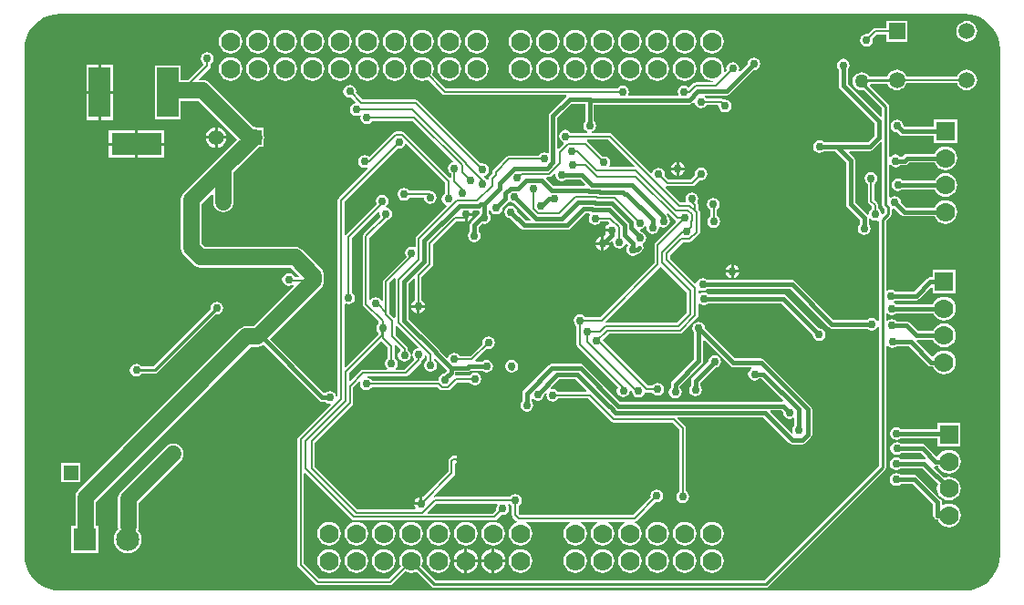
<source format=gbl>
G04*
G04 #@! TF.GenerationSoftware,Altium Limited,Altium Designer,19.1.7 (138)*
G04*
G04 Layer_Physical_Order=2*
G04 Layer_Color=16711680*
%FSLAX25Y25*%
%MOIN*%
G70*
G01*
G75*
%ADD11C,0.00984*%
%ADD12C,0.01000*%
%ADD14C,0.01575*%
%ADD68R,0.39370X0.09213*%
%ADD76R,0.09213X0.39370*%
%ADD87R,0.05906X0.05906*%
%ADD93C,0.00800*%
%ADD94C,0.05906*%
%ADD96R,0.07000X0.07000*%
%ADD97R,0.18110X0.07874*%
%ADD98R,0.07874X0.18110*%
%ADD99R,0.05500X0.05500*%
%ADD100C,0.07000*%
%ADD101C,0.02500*%
%ADD102C,0.05906*%
%ADD103R,0.08465X0.08465*%
%ADD104C,0.08465*%
%ADD105C,0.05512*%
%ADD106R,0.05512X0.05512*%
%ADD107C,0.03000*%
%ADD108C,0.05000*%
G36*
X348486Y213597D02*
X350465Y213122D01*
X352345Y212343D01*
X354080Y211280D01*
X355627Y209958D01*
X356949Y208411D01*
X358013Y206675D01*
X358791Y204795D01*
X359266Y202816D01*
X359421Y200853D01*
X359412Y200787D01*
Y15748D01*
X359421Y15682D01*
X359266Y13719D01*
X358791Y11740D01*
X358013Y9860D01*
X356949Y8125D01*
X355627Y6577D01*
X354080Y5255D01*
X352345Y4192D01*
X350465Y3413D01*
X348486Y2938D01*
X346523Y2784D01*
X346457Y2792D01*
X15748D01*
X15682Y2784D01*
X13719Y2938D01*
X11740Y3413D01*
X9860Y4192D01*
X8125Y5255D01*
X6577Y6577D01*
X5255Y8125D01*
X4192Y9860D01*
X3413Y11740D01*
X2938Y13719D01*
X2784Y15682D01*
X2792Y15748D01*
Y200787D01*
X2784Y200853D01*
X2938Y202816D01*
X3413Y204795D01*
X4192Y206675D01*
X5255Y208411D01*
X6577Y209958D01*
X8125Y211280D01*
X9860Y212343D01*
X11740Y213122D01*
X13719Y213597D01*
X15682Y213752D01*
X15748Y213743D01*
X346457D01*
X346523Y213752D01*
X348486Y213597D01*
D02*
G37*
%LPC*%
G36*
X325458Y211111D02*
X317952D01*
Y208582D01*
X313858D01*
X313390Y208489D01*
X312993Y208223D01*
X311113Y206343D01*
X310600Y206445D01*
X309703Y206267D01*
X308942Y205758D01*
X308433Y204997D01*
X308255Y204100D01*
X308433Y203203D01*
X308942Y202442D01*
X309703Y201933D01*
X310600Y201755D01*
X311497Y201933D01*
X312258Y202442D01*
X312767Y203203D01*
X312945Y204100D01*
X312843Y204613D01*
X314365Y206135D01*
X317952D01*
Y203606D01*
X325458D01*
Y211111D01*
D02*
G37*
G36*
X347295Y211143D02*
X346316Y211014D01*
X345403Y210636D01*
X344619Y210035D01*
X344017Y209251D01*
X343639Y208338D01*
X343510Y207358D01*
X343639Y206379D01*
X344017Y205466D01*
X344619Y204682D01*
X345403Y204080D01*
X346316Y203702D01*
X347295Y203573D01*
X348275Y203702D01*
X349188Y204080D01*
X349972Y204682D01*
X350573Y205466D01*
X350951Y206379D01*
X351080Y207358D01*
X350951Y208338D01*
X350573Y209251D01*
X349972Y210035D01*
X349188Y210636D01*
X348275Y211014D01*
X347295Y211143D01*
D02*
G37*
G36*
X254173Y207959D02*
X253051Y207811D01*
X252005Y207378D01*
X251106Y206689D01*
X250417Y205791D01*
X249984Y204745D01*
X249836Y203622D01*
X249984Y202500D01*
X250417Y201453D01*
X251106Y200555D01*
X252005Y199866D01*
X253051Y199433D01*
X254173Y199285D01*
X255296Y199433D01*
X256342Y199866D01*
X257240Y200555D01*
X257929Y201453D01*
X258363Y202500D01*
X258510Y203622D01*
X258363Y204745D01*
X257929Y205791D01*
X257240Y206689D01*
X256342Y207378D01*
X255296Y207811D01*
X254173Y207959D01*
D02*
G37*
G36*
X244173D02*
X243051Y207811D01*
X242005Y207378D01*
X241106Y206689D01*
X240417Y205791D01*
X239984Y204745D01*
X239836Y203622D01*
X239984Y202500D01*
X240417Y201453D01*
X241106Y200555D01*
X242005Y199866D01*
X243051Y199433D01*
X244173Y199285D01*
X245296Y199433D01*
X246342Y199866D01*
X247240Y200555D01*
X247929Y201453D01*
X248363Y202500D01*
X248510Y203622D01*
X248363Y204745D01*
X247929Y205791D01*
X247240Y206689D01*
X246342Y207378D01*
X245296Y207811D01*
X244173Y207959D01*
D02*
G37*
G36*
X234173D02*
X233051Y207811D01*
X232005Y207378D01*
X231106Y206689D01*
X230417Y205791D01*
X229984Y204745D01*
X229836Y203622D01*
X229984Y202500D01*
X230417Y201453D01*
X231106Y200555D01*
X232005Y199866D01*
X233051Y199433D01*
X234173Y199285D01*
X235296Y199433D01*
X236342Y199866D01*
X237240Y200555D01*
X237929Y201453D01*
X238363Y202500D01*
X238510Y203622D01*
X238363Y204745D01*
X237929Y205791D01*
X237240Y206689D01*
X236342Y207378D01*
X235296Y207811D01*
X234173Y207959D01*
D02*
G37*
G36*
X224173D02*
X223051Y207811D01*
X222005Y207378D01*
X221106Y206689D01*
X220417Y205791D01*
X219984Y204745D01*
X219836Y203622D01*
X219984Y202500D01*
X220417Y201453D01*
X221106Y200555D01*
X222005Y199866D01*
X223051Y199433D01*
X224173Y199285D01*
X225296Y199433D01*
X226342Y199866D01*
X227240Y200555D01*
X227929Y201453D01*
X228363Y202500D01*
X228510Y203622D01*
X228363Y204745D01*
X227929Y205791D01*
X227240Y206689D01*
X226342Y207378D01*
X225296Y207811D01*
X224173Y207959D01*
D02*
G37*
G36*
X214173D02*
X213051Y207811D01*
X212005Y207378D01*
X211106Y206689D01*
X210417Y205791D01*
X209984Y204745D01*
X209836Y203622D01*
X209984Y202500D01*
X210417Y201453D01*
X211106Y200555D01*
X212005Y199866D01*
X213051Y199433D01*
X214173Y199285D01*
X215296Y199433D01*
X216342Y199866D01*
X217240Y200555D01*
X217929Y201453D01*
X218363Y202500D01*
X218510Y203622D01*
X218363Y204745D01*
X217929Y205791D01*
X217240Y206689D01*
X216342Y207378D01*
X215296Y207811D01*
X214173Y207959D01*
D02*
G37*
G36*
X204173D02*
X203051Y207811D01*
X202005Y207378D01*
X201106Y206689D01*
X200417Y205791D01*
X199984Y204745D01*
X199836Y203622D01*
X199984Y202500D01*
X200417Y201453D01*
X201106Y200555D01*
X202005Y199866D01*
X203051Y199433D01*
X204173Y199285D01*
X205296Y199433D01*
X206342Y199866D01*
X207240Y200555D01*
X207929Y201453D01*
X208363Y202500D01*
X208510Y203622D01*
X208363Y204745D01*
X207929Y205791D01*
X207240Y206689D01*
X206342Y207378D01*
X205296Y207811D01*
X204173Y207959D01*
D02*
G37*
G36*
X194173D02*
X193051Y207811D01*
X192005Y207378D01*
X191106Y206689D01*
X190417Y205791D01*
X189984Y204745D01*
X189836Y203622D01*
X189984Y202500D01*
X190417Y201453D01*
X191106Y200555D01*
X192005Y199866D01*
X193051Y199433D01*
X194173Y199285D01*
X195296Y199433D01*
X196342Y199866D01*
X197240Y200555D01*
X197929Y201453D01*
X198363Y202500D01*
X198510Y203622D01*
X198363Y204745D01*
X197929Y205791D01*
X197240Y206689D01*
X196342Y207378D01*
X195296Y207811D01*
X194173Y207959D01*
D02*
G37*
G36*
X184173D02*
X183051Y207811D01*
X182005Y207378D01*
X181106Y206689D01*
X180417Y205791D01*
X179984Y204745D01*
X179836Y203622D01*
X179984Y202500D01*
X180417Y201453D01*
X181106Y200555D01*
X182005Y199866D01*
X183051Y199433D01*
X184173Y199285D01*
X185296Y199433D01*
X186342Y199866D01*
X187240Y200555D01*
X187929Y201453D01*
X188363Y202500D01*
X188510Y203622D01*
X188363Y204745D01*
X187929Y205791D01*
X187240Y206689D01*
X186342Y207378D01*
X185296Y207811D01*
X184173Y207959D01*
D02*
G37*
G36*
X168173D02*
X167051Y207811D01*
X166005Y207378D01*
X165106Y206689D01*
X164417Y205791D01*
X163984Y204745D01*
X163836Y203622D01*
X163984Y202500D01*
X164417Y201453D01*
X165106Y200555D01*
X166005Y199866D01*
X167051Y199433D01*
X168173Y199285D01*
X169296Y199433D01*
X170342Y199866D01*
X171240Y200555D01*
X171929Y201453D01*
X172363Y202500D01*
X172510Y203622D01*
X172363Y204745D01*
X171929Y205791D01*
X171240Y206689D01*
X170342Y207378D01*
X169296Y207811D01*
X168173Y207959D01*
D02*
G37*
G36*
X158173D02*
X157051Y207811D01*
X156005Y207378D01*
X155106Y206689D01*
X154417Y205791D01*
X153984Y204745D01*
X153836Y203622D01*
X153984Y202500D01*
X154417Y201453D01*
X155106Y200555D01*
X156005Y199866D01*
X157051Y199433D01*
X158173Y199285D01*
X159296Y199433D01*
X160342Y199866D01*
X161240Y200555D01*
X161929Y201453D01*
X162363Y202500D01*
X162510Y203622D01*
X162363Y204745D01*
X161929Y205791D01*
X161240Y206689D01*
X160342Y207378D01*
X159296Y207811D01*
X158173Y207959D01*
D02*
G37*
G36*
X148173D02*
X147051Y207811D01*
X146005Y207378D01*
X145106Y206689D01*
X144417Y205791D01*
X143984Y204745D01*
X143836Y203622D01*
X143984Y202500D01*
X144417Y201453D01*
X145106Y200555D01*
X146005Y199866D01*
X147051Y199433D01*
X148173Y199285D01*
X149296Y199433D01*
X150342Y199866D01*
X151240Y200555D01*
X151929Y201453D01*
X152363Y202500D01*
X152510Y203622D01*
X152363Y204745D01*
X151929Y205791D01*
X151240Y206689D01*
X150342Y207378D01*
X149296Y207811D01*
X148173Y207959D01*
D02*
G37*
G36*
X138173D02*
X137051Y207811D01*
X136005Y207378D01*
X135106Y206689D01*
X134417Y205791D01*
X133984Y204745D01*
X133836Y203622D01*
X133984Y202500D01*
X134417Y201453D01*
X135106Y200555D01*
X136005Y199866D01*
X137051Y199433D01*
X138173Y199285D01*
X139296Y199433D01*
X140342Y199866D01*
X141240Y200555D01*
X141929Y201453D01*
X142363Y202500D01*
X142510Y203622D01*
X142363Y204745D01*
X141929Y205791D01*
X141240Y206689D01*
X140342Y207378D01*
X139296Y207811D01*
X138173Y207959D01*
D02*
G37*
G36*
X128173D02*
X127051Y207811D01*
X126005Y207378D01*
X125106Y206689D01*
X124417Y205791D01*
X123984Y204745D01*
X123836Y203622D01*
X123984Y202500D01*
X124417Y201453D01*
X125106Y200555D01*
X126005Y199866D01*
X127051Y199433D01*
X128173Y199285D01*
X129296Y199433D01*
X130342Y199866D01*
X131240Y200555D01*
X131929Y201453D01*
X132363Y202500D01*
X132510Y203622D01*
X132363Y204745D01*
X131929Y205791D01*
X131240Y206689D01*
X130342Y207378D01*
X129296Y207811D01*
X128173Y207959D01*
D02*
G37*
G36*
X118173D02*
X117051Y207811D01*
X116005Y207378D01*
X115106Y206689D01*
X114417Y205791D01*
X113984Y204745D01*
X113836Y203622D01*
X113984Y202500D01*
X114417Y201453D01*
X115106Y200555D01*
X116005Y199866D01*
X117051Y199433D01*
X118173Y199285D01*
X119296Y199433D01*
X120342Y199866D01*
X121240Y200555D01*
X121929Y201453D01*
X122363Y202500D01*
X122510Y203622D01*
X122363Y204745D01*
X121929Y205791D01*
X121240Y206689D01*
X120342Y207378D01*
X119296Y207811D01*
X118173Y207959D01*
D02*
G37*
G36*
X108173D02*
X107051Y207811D01*
X106005Y207378D01*
X105106Y206689D01*
X104417Y205791D01*
X103984Y204745D01*
X103836Y203622D01*
X103984Y202500D01*
X104417Y201453D01*
X105106Y200555D01*
X106005Y199866D01*
X107051Y199433D01*
X108173Y199285D01*
X109296Y199433D01*
X110342Y199866D01*
X111240Y200555D01*
X111929Y201453D01*
X112363Y202500D01*
X112510Y203622D01*
X112363Y204745D01*
X111929Y205791D01*
X111240Y206689D01*
X110342Y207378D01*
X109296Y207811D01*
X108173Y207959D01*
D02*
G37*
G36*
X98173D02*
X97051Y207811D01*
X96005Y207378D01*
X95106Y206689D01*
X94417Y205791D01*
X93984Y204745D01*
X93836Y203622D01*
X93984Y202500D01*
X94417Y201453D01*
X95106Y200555D01*
X96005Y199866D01*
X97051Y199433D01*
X98173Y199285D01*
X99296Y199433D01*
X100342Y199866D01*
X101240Y200555D01*
X101929Y201453D01*
X102363Y202500D01*
X102510Y203622D01*
X102363Y204745D01*
X101929Y205791D01*
X101240Y206689D01*
X100342Y207378D01*
X99296Y207811D01*
X98173Y207959D01*
D02*
G37*
G36*
X88173D02*
X87051Y207811D01*
X86005Y207378D01*
X85106Y206689D01*
X84417Y205791D01*
X83984Y204745D01*
X83836Y203622D01*
X83984Y202500D01*
X84417Y201453D01*
X85106Y200555D01*
X86005Y199866D01*
X87051Y199433D01*
X88173Y199285D01*
X89296Y199433D01*
X90342Y199866D01*
X91240Y200555D01*
X91929Y201453D01*
X92362Y202500D01*
X92510Y203622D01*
X92362Y204745D01*
X91929Y205791D01*
X91240Y206689D01*
X90342Y207378D01*
X89296Y207811D01*
X88173Y207959D01*
D02*
G37*
G36*
X78173D02*
X77051Y207811D01*
X76005Y207378D01*
X75106Y206689D01*
X74417Y205791D01*
X73984Y204745D01*
X73836Y203622D01*
X73984Y202500D01*
X74417Y201453D01*
X75106Y200555D01*
X76005Y199866D01*
X77051Y199433D01*
X78173Y199285D01*
X79296Y199433D01*
X80342Y199866D01*
X81240Y200555D01*
X81929Y201453D01*
X82363Y202500D01*
X82510Y203622D01*
X82363Y204745D01*
X81929Y205791D01*
X81240Y206689D01*
X80342Y207378D01*
X79296Y207811D01*
X78173Y207959D01*
D02*
G37*
G36*
X69600Y199745D02*
X68703Y199567D01*
X67942Y199058D01*
X67434Y198297D01*
X67255Y197400D01*
X67434Y196503D01*
X67942Y195742D01*
X68141Y195609D01*
X68188Y195018D01*
X62705Y189535D01*
X59855D01*
Y194895D01*
X50381D01*
Y175184D01*
X59855D01*
Y181965D01*
X66382D01*
X80547Y167800D01*
X72824Y160076D01*
X61124Y148377D01*
X60522Y147593D01*
X60144Y146680D01*
X60015Y145700D01*
Y128100D01*
X60144Y127120D01*
X60522Y126207D01*
X61124Y125424D01*
X64524Y122023D01*
X65307Y121422D01*
X66220Y121044D01*
X67200Y120915D01*
X100232D01*
X103262Y117885D01*
X103070Y117423D01*
X101556D01*
X101541Y117497D01*
X101033Y118258D01*
X100272Y118767D01*
X99375Y118945D01*
X98478Y118767D01*
X97717Y118258D01*
X97208Y117497D01*
X97030Y116600D01*
X97208Y115703D01*
X97717Y114942D01*
X98478Y114433D01*
X99375Y114255D01*
X100272Y114433D01*
X100808Y114792D01*
X100991Y114751D01*
X101151Y114204D01*
X86432Y99485D01*
X84000D01*
X83020Y99356D01*
X82107Y98978D01*
X81323Y98377D01*
X22483Y39536D01*
X21881Y38752D01*
X21503Y37839D01*
X21374Y36859D01*
Y26532D01*
X19877D01*
Y16468D01*
X29942D01*
Y26532D01*
X28945D01*
Y35292D01*
X85568Y91915D01*
X88000D01*
X88980Y92044D01*
X89893Y92422D01*
X90174Y92638D01*
X110456Y72356D01*
X110981Y72005D01*
X111600Y71882D01*
X112715D01*
X112742Y71842D01*
X113503Y71333D01*
X114400Y71155D01*
X114507Y71176D01*
X114754Y70715D01*
X102935Y58896D01*
X102670Y58500D01*
X102576Y58031D01*
Y12200D01*
X102670Y11732D01*
X102935Y11335D01*
X109235Y5035D01*
X109632Y4770D01*
X110100Y4676D01*
X136451D01*
X136919Y4770D01*
X137316Y5035D01*
X142106Y9824D01*
X143051Y9433D01*
X144173Y9285D01*
X145296Y9433D01*
X146139Y9782D01*
X151758Y4163D01*
X152188Y3875D01*
X152695Y3774D01*
X273700D01*
X274207Y3875D01*
X274637Y4163D01*
X317337Y46863D01*
X317625Y47293D01*
X317725Y47800D01*
Y92414D01*
X318226Y92566D01*
X318442Y92242D01*
X319203Y91733D01*
X320100Y91555D01*
X320997Y91733D01*
X321758Y92242D01*
X321785Y92282D01*
X326045D01*
X333155Y85171D01*
X333681Y84820D01*
X334300Y84697D01*
X335016D01*
X335244Y84146D01*
X335933Y83248D01*
X336831Y82559D01*
X337877Y82126D01*
X339000Y81978D01*
X340123Y82126D01*
X341169Y82559D01*
X342067Y83248D01*
X342756Y84146D01*
X343189Y85192D01*
X343337Y86315D01*
X343189Y87437D01*
X342756Y88484D01*
X342067Y89382D01*
X341169Y90071D01*
X340123Y90504D01*
X339000Y90652D01*
X337877Y90504D01*
X336831Y90071D01*
X335933Y89382D01*
X335244Y88484D01*
X335210Y88401D01*
X334620Y88284D01*
X328865Y94039D01*
X329072Y94539D01*
X335016D01*
X335244Y93989D01*
X335933Y93091D01*
X336831Y92401D01*
X337877Y91968D01*
X339000Y91820D01*
X340123Y91968D01*
X341169Y92401D01*
X342067Y93091D01*
X342756Y93989D01*
X343189Y95035D01*
X343337Y96157D01*
X343189Y97280D01*
X342756Y98326D01*
X342067Y99224D01*
X341169Y99914D01*
X340123Y100347D01*
X339000Y100495D01*
X337877Y100347D01*
X336831Y99914D01*
X335933Y99224D01*
X335244Y98326D01*
X335016Y97776D01*
X329413D01*
X326344Y100844D01*
X325819Y101195D01*
X325200Y101319D01*
X321585D01*
X321558Y101358D01*
X320797Y101866D01*
X319900Y102045D01*
X319003Y101866D01*
X318242Y101358D01*
X318226Y101334D01*
X317725Y101486D01*
Y104114D01*
X318226Y104266D01*
X318242Y104242D01*
X319003Y103733D01*
X319900Y103555D01*
X320797Y103733D01*
X321558Y104242D01*
X321618Y104332D01*
X335037D01*
X335244Y103831D01*
X335933Y102933D01*
X336831Y102244D01*
X337877Y101811D01*
X339000Y101663D01*
X340123Y101811D01*
X341169Y102244D01*
X342067Y102933D01*
X342756Y103831D01*
X343189Y104877D01*
X343337Y106000D01*
X343189Y107123D01*
X342756Y108169D01*
X342067Y109067D01*
X341169Y109756D01*
X340123Y110189D01*
X339000Y110337D01*
X337877Y110189D01*
X336831Y109756D01*
X335933Y109067D01*
X335244Y108169D01*
X334995Y107569D01*
X321543D01*
X320797Y108067D01*
X320760Y108074D01*
X320654Y108605D01*
X321158Y108942D01*
X321185Y108982D01*
X328700D01*
X329319Y109105D01*
X329844Y109456D01*
X334200Y113811D01*
X334700Y113604D01*
Y111542D01*
X343300D01*
Y120142D01*
X334700D01*
Y117461D01*
X333943D01*
X333323Y117338D01*
X332798Y116987D01*
X328030Y112218D01*
X321185D01*
X321158Y112258D01*
X320397Y112767D01*
X319500Y112945D01*
X318603Y112767D01*
X318226Y112515D01*
X317725Y112782D01*
Y137901D01*
X319337Y139513D01*
X319625Y139943D01*
X319725Y140450D01*
Y142263D01*
X320226Y142589D01*
X320900Y142455D01*
X320947Y142464D01*
X323241Y140171D01*
X323766Y139820D01*
X324385Y139697D01*
X335516D01*
X335744Y139146D01*
X336433Y138248D01*
X337331Y137559D01*
X338377Y137126D01*
X339500Y136978D01*
X340622Y137126D01*
X341669Y137559D01*
X342567Y138248D01*
X343256Y139146D01*
X343689Y140192D01*
X343837Y141315D01*
X343689Y142438D01*
X343256Y143483D01*
X342567Y144382D01*
X341669Y145071D01*
X340622Y145504D01*
X339500Y145652D01*
X338377Y145504D01*
X337331Y145071D01*
X336433Y144382D01*
X335744Y143483D01*
X335516Y142933D01*
X325055D01*
X323236Y144753D01*
X323245Y144800D01*
X323067Y145697D01*
X322558Y146458D01*
X321797Y146967D01*
X320900Y147145D01*
X320003Y146967D01*
X319426Y146581D01*
X318925Y146816D01*
Y158514D01*
X319426Y158666D01*
X319642Y158342D01*
X320403Y157833D01*
X321300Y157655D01*
X322197Y157833D01*
X322958Y158342D01*
X322985Y158381D01*
X324500D01*
X325119Y158505D01*
X325644Y158855D01*
X326170Y159381D01*
X335516D01*
X335744Y158831D01*
X336433Y157933D01*
X337331Y157244D01*
X338377Y156811D01*
X339500Y156663D01*
X340622Y156811D01*
X341669Y157244D01*
X342567Y157933D01*
X343256Y158831D01*
X343689Y159878D01*
X343837Y161000D01*
X343689Y162122D01*
X343256Y163169D01*
X342567Y164067D01*
X341669Y164756D01*
X340622Y165189D01*
X339500Y165337D01*
X338377Y165189D01*
X337331Y164756D01*
X336433Y164067D01*
X335744Y163169D01*
X335516Y162619D01*
X325500D01*
X324881Y162495D01*
X324356Y162144D01*
X323830Y161618D01*
X322985D01*
X322958Y161658D01*
X322197Y162167D01*
X321300Y162345D01*
X320403Y162167D01*
X319642Y161658D01*
X319426Y161335D01*
X318925Y161486D01*
Y179900D01*
X318825Y180407D01*
X318537Y180837D01*
X311828Y187546D01*
X312115Y188239D01*
X312126Y188324D01*
X318189D01*
X318427Y187749D01*
X319028Y186965D01*
X319812Y186364D01*
X320725Y185986D01*
X321705Y185857D01*
X322684Y185986D01*
X323597Y186364D01*
X324381Y186965D01*
X324983Y187749D01*
X325260Y188418D01*
X343740D01*
X344017Y187749D01*
X344619Y186965D01*
X345403Y186364D01*
X346316Y185986D01*
X347295Y185857D01*
X348275Y185986D01*
X349188Y186364D01*
X349972Y186965D01*
X350573Y187749D01*
X350951Y188662D01*
X351080Y189642D01*
X350951Y190621D01*
X350573Y191534D01*
X349972Y192318D01*
X349188Y192920D01*
X348275Y193298D01*
X347295Y193427D01*
X346316Y193298D01*
X345403Y192920D01*
X344619Y192318D01*
X344017Y191534D01*
X343740Y190865D01*
X325260D01*
X324983Y191534D01*
X324381Y192318D01*
X323597Y192920D01*
X322684Y193298D01*
X321705Y193427D01*
X320725Y193298D01*
X319812Y192920D01*
X319028Y192318D01*
X318427Y191534D01*
X318189Y190959D01*
X311633D01*
X311254Y191454D01*
X310564Y191982D01*
X309762Y192315D01*
X308900Y192429D01*
X308038Y192315D01*
X307236Y191982D01*
X306546Y191454D01*
X306017Y190764D01*
X305685Y189962D01*
X305572Y189100D01*
X305685Y188239D01*
X306017Y187436D01*
X306546Y186746D01*
X307236Y186217D01*
X308038Y185885D01*
X308900Y185772D01*
X309743Y185882D01*
X316274Y179351D01*
Y176421D01*
X315774Y176214D01*
X303718Y188270D01*
Y193315D01*
X303758Y193342D01*
X304267Y194103D01*
X304445Y195000D01*
X304267Y195897D01*
X303758Y196658D01*
X302997Y197167D01*
X302100Y197345D01*
X301203Y197167D01*
X300442Y196658D01*
X299933Y195897D01*
X299755Y195000D01*
X299933Y194103D01*
X300442Y193342D01*
X300482Y193315D01*
Y187600D01*
X300605Y186981D01*
X300956Y186456D01*
X313481Y173930D01*
Y169170D01*
X311130Y166818D01*
X295085D01*
X295058Y166858D01*
X294297Y167367D01*
X293400Y167545D01*
X292503Y167367D01*
X291742Y166858D01*
X291233Y166097D01*
X291055Y165200D01*
X291233Y164303D01*
X291742Y163542D01*
X292503Y163033D01*
X293400Y162855D01*
X294297Y163033D01*
X295058Y163542D01*
X295085Y163582D01*
X299230D01*
X303232Y159580D01*
Y144050D01*
X303355Y143431D01*
X303706Y142905D01*
X308182Y138430D01*
Y136885D01*
X308142Y136858D01*
X307633Y136097D01*
X307455Y135200D01*
X307633Y134303D01*
X308142Y133542D01*
X308903Y133033D01*
X309800Y132855D01*
X310697Y133033D01*
X311458Y133542D01*
X311967Y134303D01*
X312145Y135200D01*
X311967Y136097D01*
X311458Y136858D01*
X311419Y136885D01*
Y138924D01*
X311918Y139076D01*
X312142Y138742D01*
X312903Y138233D01*
X313800Y138055D01*
X314575Y138209D01*
X314950Y137999D01*
X315074Y137884D01*
Y101387D01*
X314575Y101235D01*
X314158Y101858D01*
X313397Y102366D01*
X312500Y102545D01*
X311603Y102366D01*
X310842Y101858D01*
X310815Y101819D01*
X298689D01*
X284563Y115945D01*
X284038Y116295D01*
X283418Y116419D01*
X252385D01*
X252358Y116458D01*
X251597Y116967D01*
X250700Y117145D01*
X249803Y116967D01*
X249042Y116458D01*
X248533Y115697D01*
X248468Y115369D01*
X247926Y115205D01*
X238824Y124307D01*
Y125586D01*
X243513Y130277D01*
X246018D01*
X246487Y130370D01*
X246884Y130635D01*
X249365Y133116D01*
X249630Y133513D01*
X249724Y133982D01*
Y141300D01*
X249630Y141768D01*
X249365Y142165D01*
X249223Y142307D01*
Y143800D01*
X249130Y144268D01*
X248865Y144665D01*
X248711Y144820D01*
X248967Y145203D01*
X249145Y146100D01*
X248967Y146997D01*
X248458Y147758D01*
X247697Y148267D01*
X246800Y148445D01*
X245903Y148267D01*
X245142Y147758D01*
X244633Y146997D01*
X244455Y146100D01*
X244609Y145324D01*
X244331Y144824D01*
X242651D01*
X237238Y150236D01*
X237251Y150361D01*
X237725Y150777D01*
X246900D01*
X247368Y150870D01*
X247765Y151135D01*
X249637Y153007D01*
X250150Y152905D01*
X251047Y153083D01*
X251808Y153592D01*
X252317Y154353D01*
X252495Y155250D01*
X252317Y156147D01*
X251808Y156908D01*
X251047Y157417D01*
X250150Y157595D01*
X249253Y157417D01*
X248492Y156908D01*
X247983Y156147D01*
X247805Y155250D01*
X247907Y154737D01*
X246393Y153224D01*
X238232D01*
X236868Y154587D01*
X236970Y155100D01*
X236792Y155997D01*
X236283Y156758D01*
X235522Y157267D01*
X234625Y157445D01*
X233728Y157267D01*
X232967Y156758D01*
X232458Y155997D01*
X232399Y155699D01*
X231921Y155554D01*
X217609Y169865D01*
X217212Y170130D01*
X216744Y170223D01*
X210297D01*
X210247Y170723D01*
X210297Y170733D01*
X211058Y171242D01*
X211567Y172003D01*
X211745Y172900D01*
X211567Y173797D01*
X211058Y174558D01*
X211018Y174585D01*
Y180594D01*
X245701D01*
X246321Y180717D01*
X246846Y181068D01*
X247267Y181490D01*
X247810Y181325D01*
X247933Y180703D01*
X248442Y179942D01*
X249203Y179433D01*
X250100Y179255D01*
X250997Y179433D01*
X251758Y179942D01*
X252049Y180377D01*
X256328D01*
X256555Y180100D01*
X256733Y179203D01*
X257242Y178442D01*
X258003Y177933D01*
X258900Y177755D01*
X259797Y177933D01*
X260558Y178442D01*
X261067Y179203D01*
X261245Y180100D01*
X261067Y180997D01*
X260558Y181758D01*
X259797Y182267D01*
X258900Y182445D01*
X258387Y182343D01*
X258265Y182465D01*
X257868Y182730D01*
X257400Y182824D01*
X252049D01*
X251758Y183258D01*
X251525Y183414D01*
X251677Y183914D01*
X259433D01*
X260052Y184037D01*
X260577Y184388D01*
X269353Y193164D01*
X269400Y193155D01*
X270297Y193333D01*
X271058Y193842D01*
X271567Y194603D01*
X271745Y195500D01*
X271567Y196397D01*
X271058Y197158D01*
X270297Y197667D01*
X269400Y197845D01*
X268503Y197667D01*
X267742Y197158D01*
X267233Y196397D01*
X267055Y195500D01*
X267064Y195453D01*
X264367Y192756D01*
X263906Y193002D01*
X264045Y193700D01*
X263867Y194597D01*
X263358Y195358D01*
X262597Y195867D01*
X261700Y196045D01*
X260803Y195867D01*
X260042Y195358D01*
X259533Y194597D01*
X259355Y193700D01*
X259457Y193187D01*
X258882Y192612D01*
X258408Y192845D01*
X258510Y193622D01*
X258363Y194745D01*
X257929Y195791D01*
X257240Y196689D01*
X256342Y197378D01*
X255296Y197811D01*
X254173Y197959D01*
X253051Y197811D01*
X252005Y197378D01*
X251106Y196689D01*
X250417Y195791D01*
X249984Y194745D01*
X249836Y193622D01*
X249984Y192499D01*
X250417Y191454D01*
X251106Y190555D01*
X252005Y189866D01*
X253051Y189433D01*
X254173Y189285D01*
X254486Y189326D01*
X254784Y188861D01*
X254710Y188743D01*
X248198D01*
X247730Y188650D01*
X247333Y188385D01*
X245875Y186927D01*
X245558Y186958D01*
X244797Y187467D01*
X243900Y187645D01*
X243003Y187467D01*
X242242Y186958D01*
X241733Y186197D01*
X241555Y185300D01*
X241733Y184403D01*
X241821Y184272D01*
X241585Y183831D01*
X223815D01*
X223579Y184272D01*
X223667Y184403D01*
X223845Y185300D01*
X223667Y186197D01*
X223158Y186958D01*
X222397Y187467D01*
X221500Y187645D01*
X220603Y187467D01*
X219842Y186958D01*
X219551Y186523D01*
X157002D01*
X151971Y191554D01*
X152363Y192499D01*
X152510Y193622D01*
X152363Y194745D01*
X151929Y195791D01*
X151240Y196689D01*
X150342Y197378D01*
X149296Y197811D01*
X148173Y197959D01*
X147051Y197811D01*
X146005Y197378D01*
X145106Y196689D01*
X144417Y195791D01*
X143984Y194745D01*
X143836Y193622D01*
X143984Y192499D01*
X144417Y191454D01*
X145106Y190555D01*
X146005Y189866D01*
X147051Y189433D01*
X148173Y189285D01*
X149296Y189433D01*
X150241Y189824D01*
X155630Y184435D01*
X156027Y184170D01*
X156495Y184076D01*
X200721D01*
X200928Y183577D01*
X194874Y177522D01*
X194523Y176997D01*
X194400Y176378D01*
Y162994D01*
X193959Y162759D01*
X193797Y162867D01*
X192900Y163045D01*
X192003Y162867D01*
X191242Y162358D01*
X190951Y161924D01*
X179919D01*
X179451Y161830D01*
X179054Y161565D01*
X174235Y156746D01*
X173970Y156349D01*
X173877Y155881D01*
Y155407D01*
X172835Y154365D01*
X172570Y153968D01*
X172476Y153500D01*
Y153182D01*
X171976Y153031D01*
X171958Y153058D01*
X171643Y153269D01*
X170789Y154123D01*
X170934Y154601D01*
X171097Y154633D01*
X171858Y155142D01*
X172367Y155903D01*
X172545Y156800D01*
X172367Y157697D01*
X171858Y158458D01*
X171097Y158967D01*
X170200Y159145D01*
X169687Y159043D01*
X146665Y182065D01*
X146268Y182330D01*
X145800Y182423D01*
X126407D01*
X123943Y184887D01*
X124045Y185400D01*
X123867Y186297D01*
X123358Y187058D01*
X122597Y187567D01*
X121700Y187745D01*
X120803Y187567D01*
X120042Y187058D01*
X119533Y186297D01*
X119355Y185400D01*
X119533Y184503D01*
X120042Y183742D01*
X120803Y183233D01*
X121700Y183055D01*
X122213Y183157D01*
X123862Y181508D01*
X123698Y180965D01*
X123203Y180867D01*
X122442Y180358D01*
X121933Y179597D01*
X121755Y178700D01*
X121933Y177803D01*
X122442Y177042D01*
X123203Y176533D01*
X124100Y176355D01*
X124997Y176533D01*
X125336Y176760D01*
X125786Y176459D01*
X125655Y175800D01*
X125833Y174903D01*
X126342Y174142D01*
X127103Y173633D01*
X128000Y173455D01*
X128897Y173633D01*
X129658Y174142D01*
X129949Y174576D01*
X144812D01*
X159411Y159977D01*
X159265Y159499D01*
X159103Y159467D01*
X158342Y158958D01*
X157833Y158197D01*
X157655Y157300D01*
X157833Y156403D01*
X158342Y155642D01*
X158776Y155351D01*
Y153979D01*
X158276Y153772D01*
X141683Y170365D01*
X141287Y170630D01*
X140818Y170723D01*
X138582D01*
X138113Y170630D01*
X137716Y170365D01*
X128779Y161428D01*
X128047Y161917D01*
X127150Y162095D01*
X126253Y161917D01*
X125492Y161408D01*
X124983Y160647D01*
X124805Y159750D01*
X124983Y158853D01*
X125492Y158092D01*
X126253Y157583D01*
X127150Y157405D01*
X128047Y157583D01*
X128362Y157192D01*
X117703Y146534D01*
X117438Y146137D01*
X117345Y145669D01*
Y73627D01*
X117227Y73557D01*
X116683Y73813D01*
X116567Y74397D01*
X116058Y75158D01*
X115297Y75666D01*
X114400Y75845D01*
X113503Y75666D01*
X112742Y75158D01*
X112249Y75140D01*
X92521Y94868D01*
X111177Y113523D01*
X111778Y114307D01*
X112156Y115220D01*
X112285Y116200D01*
Y118000D01*
X112156Y118980D01*
X111778Y119893D01*
X111177Y120677D01*
X104476Y127376D01*
X103693Y127978D01*
X102780Y128356D01*
X101800Y128485D01*
X68768D01*
X67585Y129668D01*
Y144132D01*
X71253Y147800D01*
X71715Y147609D01*
Y145000D01*
X71844Y144020D01*
X72222Y143107D01*
X72824Y142324D01*
X73607Y141722D01*
X74520Y141344D01*
X75500Y141215D01*
X76480Y141344D01*
X77393Y141722D01*
X78176Y142324D01*
X78778Y143107D01*
X79156Y144020D01*
X79285Y145000D01*
Y155832D01*
X88497Y165044D01*
X90256D01*
Y167378D01*
X90356Y167620D01*
X90485Y168600D01*
X90356Y169580D01*
X90256Y169822D01*
Y172156D01*
X87922D01*
X87680Y172256D01*
X86700Y172385D01*
X86672Y172381D01*
X70626Y188426D01*
X69843Y189028D01*
X68930Y189406D01*
X67950Y189535D01*
X66819D01*
X66627Y189997D01*
X70465Y193835D01*
X70730Y194232D01*
X70824Y194700D01*
Y195451D01*
X71258Y195742D01*
X71767Y196503D01*
X71945Y197400D01*
X71767Y198297D01*
X71258Y199058D01*
X70497Y199567D01*
X69600Y199745D01*
D02*
G37*
G36*
X244173Y197959D02*
X243051Y197811D01*
X242005Y197378D01*
X241106Y196689D01*
X240417Y195791D01*
X239984Y194745D01*
X239836Y193622D01*
X239984Y192499D01*
X240417Y191454D01*
X241106Y190555D01*
X242005Y189866D01*
X243051Y189433D01*
X244173Y189285D01*
X245296Y189433D01*
X246342Y189866D01*
X247240Y190555D01*
X247929Y191454D01*
X248363Y192499D01*
X248510Y193622D01*
X248363Y194745D01*
X247929Y195791D01*
X247240Y196689D01*
X246342Y197378D01*
X245296Y197811D01*
X244173Y197959D01*
D02*
G37*
G36*
X234173D02*
X233051Y197811D01*
X232005Y197378D01*
X231106Y196689D01*
X230417Y195791D01*
X229984Y194745D01*
X229836Y193622D01*
X229984Y192499D01*
X230417Y191454D01*
X231106Y190555D01*
X232005Y189866D01*
X233051Y189433D01*
X234173Y189285D01*
X235296Y189433D01*
X236342Y189866D01*
X237240Y190555D01*
X237929Y191454D01*
X238363Y192499D01*
X238510Y193622D01*
X238363Y194745D01*
X237929Y195791D01*
X237240Y196689D01*
X236342Y197378D01*
X235296Y197811D01*
X234173Y197959D01*
D02*
G37*
G36*
X224173D02*
X223051Y197811D01*
X222005Y197378D01*
X221106Y196689D01*
X220417Y195791D01*
X219984Y194745D01*
X219836Y193622D01*
X219984Y192499D01*
X220417Y191454D01*
X221106Y190555D01*
X222005Y189866D01*
X223051Y189433D01*
X224173Y189285D01*
X225296Y189433D01*
X226342Y189866D01*
X227240Y190555D01*
X227929Y191454D01*
X228363Y192499D01*
X228510Y193622D01*
X228363Y194745D01*
X227929Y195791D01*
X227240Y196689D01*
X226342Y197378D01*
X225296Y197811D01*
X224173Y197959D01*
D02*
G37*
G36*
X214173D02*
X213051Y197811D01*
X212005Y197378D01*
X211106Y196689D01*
X210417Y195791D01*
X209984Y194745D01*
X209836Y193622D01*
X209984Y192499D01*
X210417Y191454D01*
X211106Y190555D01*
X212005Y189866D01*
X213051Y189433D01*
X214173Y189285D01*
X215296Y189433D01*
X216342Y189866D01*
X217240Y190555D01*
X217929Y191454D01*
X218363Y192499D01*
X218510Y193622D01*
X218363Y194745D01*
X217929Y195791D01*
X217240Y196689D01*
X216342Y197378D01*
X215296Y197811D01*
X214173Y197959D01*
D02*
G37*
G36*
X204173D02*
X203051Y197811D01*
X202005Y197378D01*
X201106Y196689D01*
X200417Y195791D01*
X199984Y194745D01*
X199836Y193622D01*
X199984Y192499D01*
X200417Y191454D01*
X201106Y190555D01*
X202005Y189866D01*
X203051Y189433D01*
X204173Y189285D01*
X205296Y189433D01*
X206342Y189866D01*
X207240Y190555D01*
X207929Y191454D01*
X208363Y192499D01*
X208510Y193622D01*
X208363Y194745D01*
X207929Y195791D01*
X207240Y196689D01*
X206342Y197378D01*
X205296Y197811D01*
X204173Y197959D01*
D02*
G37*
G36*
X194173D02*
X193051Y197811D01*
X192005Y197378D01*
X191106Y196689D01*
X190417Y195791D01*
X189984Y194745D01*
X189836Y193622D01*
X189984Y192499D01*
X190417Y191454D01*
X191106Y190555D01*
X192005Y189866D01*
X193051Y189433D01*
X194173Y189285D01*
X195296Y189433D01*
X196342Y189866D01*
X197240Y190555D01*
X197929Y191454D01*
X198363Y192499D01*
X198510Y193622D01*
X198363Y194745D01*
X197929Y195791D01*
X197240Y196689D01*
X196342Y197378D01*
X195296Y197811D01*
X194173Y197959D01*
D02*
G37*
G36*
X184173D02*
X183051Y197811D01*
X182005Y197378D01*
X181106Y196689D01*
X180417Y195791D01*
X179984Y194745D01*
X179836Y193622D01*
X179984Y192499D01*
X180417Y191454D01*
X181106Y190555D01*
X182005Y189866D01*
X183051Y189433D01*
X184173Y189285D01*
X185296Y189433D01*
X186342Y189866D01*
X187240Y190555D01*
X187929Y191454D01*
X188363Y192499D01*
X188510Y193622D01*
X188363Y194745D01*
X187929Y195791D01*
X187240Y196689D01*
X186342Y197378D01*
X185296Y197811D01*
X184173Y197959D01*
D02*
G37*
G36*
X168173D02*
X167051Y197811D01*
X166005Y197378D01*
X165106Y196689D01*
X164417Y195791D01*
X163984Y194745D01*
X163836Y193622D01*
X163984Y192499D01*
X164417Y191454D01*
X165106Y190555D01*
X166005Y189866D01*
X167051Y189433D01*
X168173Y189285D01*
X169296Y189433D01*
X170342Y189866D01*
X171240Y190555D01*
X171929Y191454D01*
X172363Y192499D01*
X172510Y193622D01*
X172363Y194745D01*
X171929Y195791D01*
X171240Y196689D01*
X170342Y197378D01*
X169296Y197811D01*
X168173Y197959D01*
D02*
G37*
G36*
X158173D02*
X157051Y197811D01*
X156005Y197378D01*
X155106Y196689D01*
X154417Y195791D01*
X153984Y194745D01*
X153836Y193622D01*
X153984Y192499D01*
X154417Y191454D01*
X155106Y190555D01*
X156005Y189866D01*
X157051Y189433D01*
X158173Y189285D01*
X159296Y189433D01*
X160342Y189866D01*
X161240Y190555D01*
X161929Y191454D01*
X162363Y192499D01*
X162510Y193622D01*
X162363Y194745D01*
X161929Y195791D01*
X161240Y196689D01*
X160342Y197378D01*
X159296Y197811D01*
X158173Y197959D01*
D02*
G37*
G36*
X138173D02*
X137051Y197811D01*
X136005Y197378D01*
X135106Y196689D01*
X134417Y195791D01*
X133984Y194745D01*
X133836Y193622D01*
X133984Y192499D01*
X134417Y191454D01*
X135106Y190555D01*
X136005Y189866D01*
X137051Y189433D01*
X138173Y189285D01*
X139296Y189433D01*
X140342Y189866D01*
X141240Y190555D01*
X141929Y191454D01*
X142363Y192499D01*
X142510Y193622D01*
X142363Y194745D01*
X141929Y195791D01*
X141240Y196689D01*
X140342Y197378D01*
X139296Y197811D01*
X138173Y197959D01*
D02*
G37*
G36*
X128173D02*
X127051Y197811D01*
X126005Y197378D01*
X125106Y196689D01*
X124417Y195791D01*
X123984Y194745D01*
X123836Y193622D01*
X123984Y192499D01*
X124417Y191454D01*
X125106Y190555D01*
X126005Y189866D01*
X127051Y189433D01*
X128173Y189285D01*
X129296Y189433D01*
X130342Y189866D01*
X131240Y190555D01*
X131929Y191454D01*
X132363Y192499D01*
X132510Y193622D01*
X132363Y194745D01*
X131929Y195791D01*
X131240Y196689D01*
X130342Y197378D01*
X129296Y197811D01*
X128173Y197959D01*
D02*
G37*
G36*
X118173D02*
X117051Y197811D01*
X116005Y197378D01*
X115106Y196689D01*
X114417Y195791D01*
X113984Y194745D01*
X113836Y193622D01*
X113984Y192499D01*
X114417Y191454D01*
X115106Y190555D01*
X116005Y189866D01*
X117051Y189433D01*
X118173Y189285D01*
X119296Y189433D01*
X120342Y189866D01*
X121240Y190555D01*
X121929Y191454D01*
X122363Y192499D01*
X122510Y193622D01*
X122363Y194745D01*
X121929Y195791D01*
X121240Y196689D01*
X120342Y197378D01*
X119296Y197811D01*
X118173Y197959D01*
D02*
G37*
G36*
X108173D02*
X107051Y197811D01*
X106005Y197378D01*
X105106Y196689D01*
X104417Y195791D01*
X103984Y194745D01*
X103836Y193622D01*
X103984Y192499D01*
X104417Y191454D01*
X105106Y190555D01*
X106005Y189866D01*
X107051Y189433D01*
X108173Y189285D01*
X109296Y189433D01*
X110342Y189866D01*
X111240Y190555D01*
X111929Y191454D01*
X112363Y192499D01*
X112510Y193622D01*
X112363Y194745D01*
X111929Y195791D01*
X111240Y196689D01*
X110342Y197378D01*
X109296Y197811D01*
X108173Y197959D01*
D02*
G37*
G36*
X98173D02*
X97051Y197811D01*
X96005Y197378D01*
X95106Y196689D01*
X94417Y195791D01*
X93984Y194745D01*
X93836Y193622D01*
X93984Y192499D01*
X94417Y191454D01*
X95106Y190555D01*
X96005Y189866D01*
X97051Y189433D01*
X98173Y189285D01*
X99296Y189433D01*
X100342Y189866D01*
X101240Y190555D01*
X101929Y191454D01*
X102363Y192499D01*
X102510Y193622D01*
X102363Y194745D01*
X101929Y195791D01*
X101240Y196689D01*
X100342Y197378D01*
X99296Y197811D01*
X98173Y197959D01*
D02*
G37*
G36*
X88173D02*
X87051Y197811D01*
X86005Y197378D01*
X85106Y196689D01*
X84417Y195791D01*
X83984Y194745D01*
X83836Y193622D01*
X83984Y192499D01*
X84417Y191454D01*
X85106Y190555D01*
X86005Y189866D01*
X87051Y189433D01*
X88173Y189285D01*
X89296Y189433D01*
X90342Y189866D01*
X91240Y190555D01*
X91929Y191454D01*
X92362Y192499D01*
X92510Y193622D01*
X92362Y194745D01*
X91929Y195791D01*
X91240Y196689D01*
X90342Y197378D01*
X89296Y197811D01*
X88173Y197959D01*
D02*
G37*
G36*
X78173D02*
X77051Y197811D01*
X76005Y197378D01*
X75106Y196689D01*
X74417Y195791D01*
X73984Y194745D01*
X73836Y193622D01*
X73984Y192499D01*
X74417Y191454D01*
X75106Y190555D01*
X76005Y189866D01*
X77051Y189433D01*
X78173Y189285D01*
X79296Y189433D01*
X80342Y189866D01*
X81240Y190555D01*
X81929Y191454D01*
X82363Y192499D01*
X82510Y193622D01*
X82363Y194745D01*
X81929Y195791D01*
X81240Y196689D01*
X80342Y197378D01*
X79296Y197811D01*
X78173Y197959D01*
D02*
G37*
G36*
X35252Y195095D02*
X30815D01*
Y185539D01*
X35252D01*
Y195095D01*
D02*
G37*
G36*
X29815D02*
X25378D01*
Y185539D01*
X29815D01*
Y195095D01*
D02*
G37*
G36*
X35252Y184539D02*
X30815D01*
Y174984D01*
X35252D01*
Y184539D01*
D02*
G37*
G36*
X29815D02*
X25378D01*
Y174984D01*
X29815D01*
Y184539D01*
D02*
G37*
G36*
X343800Y175143D02*
X335200D01*
Y172418D01*
X324535D01*
X324145Y172700D01*
X323967Y173597D01*
X323458Y174358D01*
X322697Y174867D01*
X321800Y175045D01*
X320903Y174867D01*
X320142Y174358D01*
X319633Y173597D01*
X319455Y172700D01*
X319633Y171803D01*
X320142Y171042D01*
X320903Y170533D01*
X321800Y170355D01*
X321847Y170364D01*
X322555Y169656D01*
X323081Y169305D01*
X323700Y169182D01*
X335200D01*
Y166542D01*
X343800D01*
Y175143D01*
D02*
G37*
G36*
X73421Y172322D02*
Y169100D01*
X76643D01*
X76580Y169580D01*
X76201Y170494D01*
X75599Y171279D01*
X74815Y171881D01*
X73901Y172259D01*
X73421Y172322D01*
D02*
G37*
G36*
X72421D02*
X71940Y172259D01*
X71026Y171881D01*
X70242Y171279D01*
X69640Y170494D01*
X69261Y169580D01*
X69198Y169100D01*
X72421D01*
Y172322D01*
D02*
G37*
G36*
X53756Y171079D02*
X44201D01*
Y166642D01*
X53756D01*
Y171079D01*
D02*
G37*
G36*
X43201D02*
X33646D01*
Y166642D01*
X43201D01*
Y171079D01*
D02*
G37*
G36*
X76643Y168100D02*
X73421D01*
Y164877D01*
X73901Y164941D01*
X74815Y165319D01*
X75599Y165921D01*
X76201Y166706D01*
X76580Y167620D01*
X76643Y168100D01*
D02*
G37*
G36*
X72421D02*
X69198D01*
X69261Y167620D01*
X69640Y166706D01*
X70242Y165921D01*
X71026Y165319D01*
X71940Y164941D01*
X72421Y164877D01*
Y168100D01*
D02*
G37*
G36*
X53756Y165642D02*
X44201D01*
Y161205D01*
X53756D01*
Y165642D01*
D02*
G37*
G36*
X43201D02*
X33646D01*
Y161205D01*
X43201D01*
Y165642D01*
D02*
G37*
G36*
X242100Y159549D02*
Y157600D01*
X244050D01*
X243955Y158075D01*
X243402Y158902D01*
X242576Y159455D01*
X242100Y159549D01*
D02*
G37*
G36*
X241100D02*
X240624Y159455D01*
X239798Y158902D01*
X239245Y158075D01*
X239151Y157600D01*
X241100D01*
Y159549D01*
D02*
G37*
G36*
X244050Y156600D02*
X242100D01*
Y154650D01*
X242576Y154745D01*
X243402Y155298D01*
X243955Y156124D01*
X244050Y156600D01*
D02*
G37*
G36*
X241100D02*
X239151D01*
X239245Y156124D01*
X239798Y155298D01*
X240624Y154745D01*
X241100Y154650D01*
Y156600D01*
D02*
G37*
G36*
X339500Y155495D02*
X338377Y155347D01*
X337331Y154913D01*
X336433Y154224D01*
X335744Y153326D01*
X335516Y152776D01*
X323830D01*
X323708Y152958D01*
X322947Y153467D01*
X322050Y153645D01*
X321153Y153467D01*
X320392Y152958D01*
X319883Y152197D01*
X319705Y151300D01*
X319883Y150403D01*
X320392Y149642D01*
X321153Y149133D01*
X322050Y148955D01*
X322947Y149133D01*
X323554Y149539D01*
X335516D01*
X335744Y148989D01*
X336433Y148091D01*
X337331Y147401D01*
X338377Y146968D01*
X339500Y146820D01*
X340622Y146968D01*
X341669Y147401D01*
X342567Y148091D01*
X343256Y148989D01*
X343689Y150035D01*
X343837Y151157D01*
X343689Y152280D01*
X343256Y153326D01*
X342567Y154224D01*
X341669Y154913D01*
X340622Y155347D01*
X339500Y155495D01*
D02*
G37*
G36*
X254600Y146445D02*
X253703Y146267D01*
X252942Y145758D01*
X252433Y144997D01*
X252255Y144100D01*
X252433Y143203D01*
X252942Y142442D01*
X253477Y142085D01*
Y139682D01*
X253142Y139458D01*
X252633Y138697D01*
X252455Y137800D01*
X252633Y136903D01*
X253142Y136142D01*
X253903Y135633D01*
X254800Y135455D01*
X255697Y135633D01*
X256458Y136142D01*
X256967Y136903D01*
X257145Y137800D01*
X256967Y138697D01*
X256458Y139458D01*
X255924Y139815D01*
Y142218D01*
X256258Y142442D01*
X256767Y143203D01*
X256945Y144100D01*
X256767Y144997D01*
X256258Y145758D01*
X255497Y146267D01*
X254600Y146445D01*
D02*
G37*
G36*
X262100Y122049D02*
Y120100D01*
X264050D01*
X263955Y120575D01*
X263402Y121402D01*
X262576Y121955D01*
X262100Y122049D01*
D02*
G37*
G36*
X261100D02*
X260625Y121955D01*
X259798Y121402D01*
X259245Y120575D01*
X259151Y120100D01*
X261100D01*
Y122049D01*
D02*
G37*
G36*
X264050Y119100D02*
X262100D01*
Y117150D01*
X262576Y117245D01*
X263402Y117798D01*
X263955Y118624D01*
X264050Y119100D01*
D02*
G37*
G36*
X261100D02*
X259151D01*
X259245Y118624D01*
X259798Y117798D01*
X260625Y117245D01*
X261100Y117150D01*
Y119100D01*
D02*
G37*
G36*
X73100Y108445D02*
X72203Y108267D01*
X71442Y107758D01*
X70934Y106997D01*
X70755Y106100D01*
X70833Y105708D01*
X49851Y84725D01*
X45581D01*
X45358Y85058D01*
X44597Y85567D01*
X43700Y85745D01*
X42803Y85567D01*
X42042Y85058D01*
X41533Y84297D01*
X41355Y83400D01*
X41533Y82503D01*
X42042Y81742D01*
X42803Y81234D01*
X43700Y81055D01*
X44597Y81234D01*
X45358Y81742D01*
X45581Y82074D01*
X50400D01*
X50907Y82175D01*
X51337Y82463D01*
X72707Y103833D01*
X73100Y103755D01*
X73997Y103933D01*
X74758Y104442D01*
X75266Y105203D01*
X75445Y106100D01*
X75266Y106997D01*
X74758Y107758D01*
X73997Y108267D01*
X73100Y108445D01*
D02*
G37*
G36*
X345000Y64128D02*
X336400D01*
Y61818D01*
X323285D01*
X323258Y61858D01*
X322497Y62366D01*
X321600Y62545D01*
X320703Y62366D01*
X319942Y61858D01*
X319433Y61097D01*
X319255Y60200D01*
X319433Y59303D01*
X319942Y58542D01*
X320703Y58034D01*
X321600Y57855D01*
X322497Y58034D01*
X323258Y58542D01*
X323285Y58582D01*
X336400D01*
Y55528D01*
X345000D01*
Y64128D01*
D02*
G37*
G36*
X321700Y57145D02*
X320803Y56967D01*
X320042Y56458D01*
X319533Y55697D01*
X319355Y54800D01*
X319533Y53903D01*
X320042Y53142D01*
X320803Y52634D01*
X321700Y52455D01*
X322597Y52634D01*
X323358Y53142D01*
X323385Y53181D01*
X330430D01*
X332288Y51323D01*
X332274Y51203D01*
X331725Y50802D01*
X331643Y50819D01*
X323185D01*
X323158Y50858D01*
X322397Y51367D01*
X321500Y51545D01*
X320603Y51367D01*
X319842Y50858D01*
X319333Y50097D01*
X319155Y49200D01*
X319333Y48303D01*
X319842Y47542D01*
X320603Y47033D01*
X321500Y46855D01*
X322397Y47033D01*
X323158Y47542D01*
X323185Y47581D01*
X330972D01*
X336738Y41815D01*
X336511Y41265D01*
X336363Y40143D01*
X336511Y39020D01*
X336944Y37974D01*
X337633Y37076D01*
X338531Y36386D01*
X339578Y35953D01*
X340700Y35805D01*
X341823Y35953D01*
X342869Y36386D01*
X343767Y37076D01*
X344456Y37974D01*
X344889Y39020D01*
X345037Y40143D01*
X344889Y41265D01*
X344456Y42311D01*
X343767Y43209D01*
X342869Y43899D01*
X341823Y44332D01*
X340700Y44480D01*
X339578Y44332D01*
X339027Y44104D01*
X335270Y47862D01*
X335283Y47982D01*
X335832Y48383D01*
X335915Y48366D01*
X336716D01*
X336944Y47817D01*
X337633Y46918D01*
X338531Y46229D01*
X339578Y45796D01*
X340700Y45648D01*
X341823Y45796D01*
X342869Y46229D01*
X343767Y46918D01*
X344456Y47817D01*
X344889Y48862D01*
X345037Y49985D01*
X344889Y51108D01*
X344456Y52154D01*
X343767Y53052D01*
X342869Y53741D01*
X341823Y54174D01*
X340700Y54322D01*
X339578Y54174D01*
X338531Y53741D01*
X337633Y53052D01*
X336944Y52154D01*
X336885Y52011D01*
X336295Y51894D01*
X332244Y55944D01*
X331719Y56295D01*
X331100Y56419D01*
X323385D01*
X323358Y56458D01*
X322597Y56967D01*
X321700Y57145D01*
D02*
G37*
G36*
X23350Y49550D02*
X16250D01*
Y42450D01*
X23350D01*
Y49550D01*
D02*
G37*
G36*
X321500Y45745D02*
X320603Y45567D01*
X319842Y45058D01*
X319333Y44297D01*
X319155Y43400D01*
X319333Y42503D01*
X319842Y41742D01*
X320603Y41233D01*
X321500Y41055D01*
X322397Y41233D01*
X323158Y41742D01*
X323185Y41781D01*
X327530D01*
X334926Y34385D01*
Y30300D01*
X335050Y29681D01*
X335400Y29155D01*
X335926Y28805D01*
X336545Y28681D01*
X336716D01*
X336944Y28131D01*
X337633Y27233D01*
X338531Y26544D01*
X339578Y26111D01*
X340700Y25963D01*
X341823Y26111D01*
X342869Y26544D01*
X343767Y27233D01*
X344456Y28131D01*
X344889Y29177D01*
X345037Y30300D01*
X344889Y31422D01*
X344456Y32469D01*
X343767Y33367D01*
X342869Y34056D01*
X341823Y34489D01*
X340700Y34637D01*
X339578Y34489D01*
X338663Y34111D01*
X338163Y34341D01*
Y35055D01*
X338040Y35675D01*
X337689Y36200D01*
X329345Y44545D01*
X328819Y44895D01*
X328200Y45019D01*
X323185D01*
X323158Y45058D01*
X322397Y45567D01*
X321500Y45745D01*
D02*
G37*
G36*
X57229Y56585D02*
X56249Y56456D01*
X55337Y56078D01*
X54553Y55476D01*
X38124Y39047D01*
X37522Y38263D01*
X37144Y37350D01*
X37015Y36371D01*
Y26100D01*
X37126Y25254D01*
X36911Y25089D01*
X36104Y24038D01*
X35597Y22814D01*
X35424Y21500D01*
X35597Y20186D01*
X36104Y18962D01*
X36911Y17911D01*
X37962Y17104D01*
X39186Y16597D01*
X40500Y16424D01*
X41814Y16597D01*
X43038Y17104D01*
X44089Y17911D01*
X44896Y18962D01*
X45403Y20186D01*
X45576Y21500D01*
X45403Y22814D01*
X44896Y24038D01*
X44319Y24789D01*
X44456Y25120D01*
X44585Y26100D01*
Y34803D01*
X59906Y50124D01*
X60507Y50907D01*
X60885Y51820D01*
X61014Y52800D01*
X60885Y53780D01*
X60507Y54693D01*
X59906Y55476D01*
X59122Y56078D01*
X58209Y56456D01*
X57229Y56585D01*
D02*
G37*
%LPD*%
G36*
X207782Y174585D02*
X207742Y174558D01*
X207233Y173797D01*
X207055Y172900D01*
X207233Y172003D01*
X207742Y171242D01*
X208503Y170733D01*
X208553Y170723D01*
X208503Y170223D01*
X202549D01*
X202258Y170658D01*
X201497Y171167D01*
X200600Y171345D01*
X199703Y171167D01*
X198942Y170658D01*
X198433Y169897D01*
X198255Y169000D01*
X198433Y168103D01*
X198942Y167342D01*
X199703Y166833D01*
X199835Y166807D01*
X199980Y166329D01*
X198099Y164447D01*
X197637Y164639D01*
Y175707D01*
X202911Y180982D01*
X207782D01*
Y174585D01*
D02*
G37*
G36*
X156476Y152112D02*
Y148049D01*
X156042Y147758D01*
X155533Y146997D01*
X155355Y146100D01*
X155533Y145203D01*
X156042Y144442D01*
X156803Y143933D01*
X156965Y143901D01*
X157111Y143423D01*
X146135Y132447D01*
X145870Y132050D01*
X145776Y131582D01*
Y128610D01*
X145335Y128374D01*
X145197Y128467D01*
X144300Y128645D01*
X143403Y128467D01*
X142642Y127958D01*
X142133Y127197D01*
X141955Y126300D01*
X142133Y125403D01*
X142429Y124960D01*
X134135Y116665D01*
X133870Y116268D01*
X133776Y115800D01*
Y108986D01*
X133276Y108835D01*
X132858Y109461D01*
X132097Y109969D01*
X131200Y110147D01*
X130303Y109969D01*
X129542Y109461D01*
X129323Y109134D01*
X128823Y109286D01*
Y131893D01*
X135259Y138329D01*
X135797Y138436D01*
X136558Y138944D01*
X137067Y139705D01*
X137245Y140602D01*
X137067Y141500D01*
X136558Y142261D01*
X135797Y142769D01*
X135069Y142914D01*
X134934Y143425D01*
X135258Y143642D01*
X135767Y144403D01*
X135945Y145300D01*
X135767Y146197D01*
X135258Y146958D01*
X134497Y147467D01*
X133600Y147645D01*
X132703Y147467D01*
X131942Y146958D01*
X131433Y146197D01*
X131255Y145300D01*
X131433Y144403D01*
X131569Y144200D01*
X120435Y133065D01*
X120292Y132852D01*
X119792Y133003D01*
Y145162D01*
X139187Y164557D01*
X139700Y164455D01*
X140597Y164633D01*
X141358Y165142D01*
X141867Y165903D01*
X141899Y166066D01*
X142377Y166211D01*
X156476Y152112D01*
D02*
G37*
G36*
X225728Y158285D02*
X225537Y157824D01*
X216843D01*
X216607Y158265D01*
X216767Y158503D01*
X216945Y159400D01*
X216767Y160297D01*
X216258Y161058D01*
X215497Y161567D01*
X214600Y161745D01*
X214087Y161643D01*
X208565Y167165D01*
X208399Y167277D01*
X208550Y167777D01*
X216237D01*
X225728Y158285D01*
D02*
G37*
G36*
X196890Y155076D02*
X196855Y154900D01*
X197033Y154003D01*
X197542Y153242D01*
X198303Y152733D01*
X199200Y152555D01*
X200097Y152733D01*
X200858Y153242D01*
X200885Y153281D01*
X205804D01*
X207718Y151368D01*
X207526Y150906D01*
X196201D01*
X193531Y153577D01*
X193738Y154077D01*
X194677D01*
X195145Y154170D01*
X195542Y154435D01*
X196429Y155322D01*
X196890Y155076D01*
D02*
G37*
G36*
X316274Y166679D02*
Y143960D01*
X316375Y143453D01*
X316663Y143023D01*
X317074Y142611D01*
Y140999D01*
X316625Y140550D01*
X316083Y140714D01*
X315967Y141297D01*
X315458Y142058D01*
X315023Y142349D01*
Y143800D01*
X314930Y144268D01*
X314665Y144665D01*
X313524Y145807D01*
Y151651D01*
X313958Y151942D01*
X314467Y152703D01*
X314645Y153600D01*
X314467Y154497D01*
X313958Y155258D01*
X313197Y155767D01*
X312300Y155945D01*
X311403Y155767D01*
X310642Y155258D01*
X310133Y154497D01*
X309955Y153600D01*
X310133Y152703D01*
X310642Y151942D01*
X311076Y151651D01*
Y145300D01*
X311170Y144832D01*
X311435Y144435D01*
X312577Y143293D01*
Y142349D01*
X312142Y142058D01*
X311633Y141297D01*
X311455Y140400D01*
X311460Y140372D01*
X310989Y140177D01*
X310945Y140244D01*
X306469Y144720D01*
Y160250D01*
X306345Y160869D01*
X305995Y161395D01*
X304269Y163120D01*
X304461Y163582D01*
X311800D01*
X312419Y163705D01*
X312945Y164056D01*
X315774Y166886D01*
X316274Y166679D01*
D02*
G37*
G36*
X180803Y144733D02*
X181661Y144563D01*
X187718Y138506D01*
X187526Y138045D01*
X186144D01*
X182936Y141253D01*
X182945Y141300D01*
X182767Y142197D01*
X182258Y142958D01*
X181497Y143467D01*
X180600Y143645D01*
X179703Y143467D01*
X178942Y142958D01*
X178433Y142197D01*
X178255Y141300D01*
X178433Y140403D01*
X178942Y139642D01*
X179703Y139133D01*
X180600Y138955D01*
X180647Y138964D01*
X184330Y135282D01*
X184855Y134931D01*
X185474Y134808D01*
X201260D01*
X201879Y134931D01*
X202404Y135282D01*
X207917Y140795D01*
X209292Y140785D01*
X209558Y140283D01*
X209233Y139797D01*
X209055Y138900D01*
X209233Y138003D01*
X209742Y137242D01*
X210503Y136733D01*
X211400Y136555D01*
X212297Y136733D01*
X213058Y137242D01*
X213349Y137677D01*
X216331D01*
X216508Y137457D01*
X216512Y137342D01*
X216400Y136872D01*
X215698Y136402D01*
X215145Y135575D01*
X215051Y135100D01*
X217500D01*
Y134100D01*
X215051D01*
X215145Y133624D01*
X215422Y133211D01*
X214600Y132389D01*
Y130200D01*
X216989D01*
X217534Y130745D01*
X217994Y130498D01*
X217955Y130300D01*
X218133Y129403D01*
X218642Y128642D01*
X219403Y128133D01*
X220300Y127955D01*
X221197Y128133D01*
X221958Y128642D01*
X222467Y129403D01*
X222508Y129613D01*
X222987Y129758D01*
X223493Y129252D01*
X222988Y128497D01*
X222810Y127600D01*
X222988Y126703D01*
X223497Y125942D01*
X224257Y125433D01*
X225155Y125255D01*
X226052Y125433D01*
X226813Y125942D01*
X226846Y125991D01*
X227419Y126105D01*
X227944Y126455D01*
X228644Y127155D01*
X228995Y127681D01*
X229118Y128300D01*
X228995Y128919D01*
X228805Y129204D01*
X228891Y129801D01*
X228927Y129853D01*
X229358Y130142D01*
X229867Y130903D01*
X230045Y131800D01*
X229867Y132697D01*
X229358Y133458D01*
X228597Y133967D01*
X228395Y134007D01*
X227914Y134488D01*
X228078Y135030D01*
X228597Y135133D01*
X229358Y135642D01*
X229636Y136058D01*
X230107Y135863D01*
X230055Y135600D01*
X230233Y134703D01*
X230742Y133942D01*
X231503Y133433D01*
X232400Y133255D01*
X233297Y133433D01*
X234058Y133942D01*
X234567Y134703D01*
X234745Y135600D01*
X234713Y135759D01*
X235163Y136060D01*
X235503Y135833D01*
X236400Y135655D01*
X237297Y135833D01*
X238058Y136342D01*
X238567Y137103D01*
X238745Y138000D01*
X238567Y138897D01*
X238058Y139658D01*
X237976Y139713D01*
X237895Y140119D01*
X237683Y140438D01*
X238071Y140756D01*
X240530Y138298D01*
X240750Y138150D01*
X240878Y137571D01*
X234704Y131397D01*
X234704Y131397D01*
X233435Y130128D01*
X233435Y130128D01*
X233435Y130128D01*
X233308Y129938D01*
X233170Y129732D01*
X233170Y129731D01*
X233170Y129731D01*
X233127Y129515D01*
X233077Y129263D01*
X233077Y129263D01*
X233077Y129263D01*
Y122551D01*
X213349Y102823D01*
X207849D01*
X207558Y103258D01*
X206797Y103767D01*
X205900Y103945D01*
X205003Y103767D01*
X204242Y103258D01*
X203733Y102497D01*
X203555Y101600D01*
X203733Y100703D01*
X204242Y99942D01*
X204677Y99651D01*
Y92800D01*
X204770Y92332D01*
X205035Y91935D01*
X219809Y77160D01*
X219533Y76747D01*
X219355Y75850D01*
X219533Y74953D01*
X220042Y74192D01*
X220803Y73684D01*
X221700Y73505D01*
X222597Y73684D01*
X223358Y74192D01*
X223867Y74953D01*
X224037Y75808D01*
X224428Y76055D01*
X224473Y76079D01*
X224856Y75696D01*
X225033Y74803D01*
X225542Y74042D01*
X226303Y73533D01*
X227200Y73355D01*
X228097Y73533D01*
X228858Y74042D01*
X229367Y74803D01*
X229455Y75247D01*
X229750Y75370D01*
X230218Y75276D01*
X232351D01*
X232642Y74842D01*
X233403Y74334D01*
X234300Y74155D01*
X235197Y74334D01*
X235958Y74842D01*
X236467Y75603D01*
X236645Y76500D01*
X236467Y77397D01*
X235958Y78158D01*
X235197Y78667D01*
X234300Y78845D01*
X233403Y78667D01*
X232642Y78158D01*
X232351Y77723D01*
X230725D01*
X214344Y94104D01*
X214243Y94613D01*
X216407Y96776D01*
X242482D01*
X242950Y96870D01*
X243347Y97135D01*
X248865Y102653D01*
X249130Y103050D01*
X249223Y103518D01*
Y107587D01*
X249724Y107820D01*
X250303Y107433D01*
X251200Y107255D01*
X252097Y107433D01*
X252858Y107942D01*
X252885Y107982D01*
X279530D01*
X290964Y96547D01*
X290955Y96500D01*
X291133Y95603D01*
X291642Y94842D01*
X292403Y94333D01*
X293300Y94155D01*
X294197Y94333D01*
X294958Y94842D01*
X295467Y95603D01*
X295645Y96500D01*
X295467Y97397D01*
X294958Y98158D01*
X294197Y98667D01*
X293300Y98845D01*
X293253Y98836D01*
X281345Y110745D01*
X280819Y111095D01*
X280200Y111219D01*
X252885D01*
X252858Y111258D01*
X252097Y111767D01*
X251200Y111945D01*
X250303Y111767D01*
X249724Y111380D01*
X249223Y111613D01*
Y112490D01*
X249664Y112726D01*
X249803Y112633D01*
X250700Y112455D01*
X251597Y112633D01*
X252358Y113142D01*
X252385Y113181D01*
X282748D01*
X296874Y99056D01*
X297399Y98705D01*
X298018Y98581D01*
X310815D01*
X310842Y98542D01*
X311603Y98033D01*
X312500Y97855D01*
X313397Y98033D01*
X314158Y98542D01*
X314575Y99165D01*
X315074Y99013D01*
Y48349D01*
X273151Y6425D01*
X153244D01*
X148013Y11656D01*
X148363Y12500D01*
X148510Y13622D01*
X148363Y14745D01*
X147929Y15791D01*
X147240Y16689D01*
X146342Y17378D01*
X145296Y17811D01*
X144173Y17959D01*
X143051Y17811D01*
X142005Y17378D01*
X141106Y16689D01*
X140417Y15791D01*
X139984Y14745D01*
X139836Y13622D01*
X139984Y12500D01*
X140375Y11554D01*
X135944Y7124D01*
X110607D01*
X105024Y12707D01*
Y45493D01*
X105485Y45684D01*
X122335Y28835D01*
X122732Y28570D01*
X123200Y28477D01*
X174600D01*
X175068Y28570D01*
X175465Y28835D01*
X177087Y30457D01*
X177600Y30355D01*
X178497Y30533D01*
X179258Y31042D01*
X179767Y31803D01*
X179945Y32700D01*
X179767Y33597D01*
X179446Y34076D01*
X179714Y34576D01*
X180251D01*
X180542Y34142D01*
X180976Y33851D01*
Y30400D01*
X181070Y29932D01*
X181335Y29535D01*
X182535Y28335D01*
X182716Y28214D01*
X182665Y27652D01*
X182005Y27378D01*
X181106Y26689D01*
X180417Y25791D01*
X179984Y24745D01*
X179836Y23622D01*
X179984Y22500D01*
X180417Y21453D01*
X181106Y20555D01*
X182005Y19866D01*
X183051Y19433D01*
X184173Y19285D01*
X185296Y19433D01*
X186342Y19866D01*
X187240Y20555D01*
X187929Y21453D01*
X188363Y22500D01*
X188510Y23622D01*
X188363Y24745D01*
X187929Y25791D01*
X187240Y26689D01*
X186342Y27378D01*
X186104Y27477D01*
X186204Y27977D01*
X202143D01*
X202242Y27477D01*
X202005Y27378D01*
X201106Y26689D01*
X200417Y25791D01*
X199984Y24745D01*
X199836Y23622D01*
X199984Y22500D01*
X200417Y21453D01*
X201106Y20555D01*
X202005Y19866D01*
X203051Y19433D01*
X204173Y19285D01*
X205296Y19433D01*
X206342Y19866D01*
X207240Y20555D01*
X207929Y21453D01*
X208363Y22500D01*
X208510Y23622D01*
X208363Y24745D01*
X207929Y25791D01*
X207240Y26689D01*
X206342Y27378D01*
X206104Y27477D01*
X206204Y27977D01*
X212143D01*
X212242Y27477D01*
X212005Y27378D01*
X211106Y26689D01*
X210417Y25791D01*
X209984Y24745D01*
X209836Y23622D01*
X209984Y22500D01*
X210417Y21453D01*
X211106Y20555D01*
X212005Y19866D01*
X213051Y19433D01*
X214173Y19285D01*
X215296Y19433D01*
X216342Y19866D01*
X217240Y20555D01*
X217929Y21453D01*
X218363Y22500D01*
X218510Y23622D01*
X218363Y24745D01*
X217929Y25791D01*
X217240Y26689D01*
X216342Y27378D01*
X216104Y27477D01*
X216204Y27977D01*
X222143D01*
X222242Y27477D01*
X222005Y27378D01*
X221106Y26689D01*
X220417Y25791D01*
X219984Y24745D01*
X219836Y23622D01*
X219984Y22500D01*
X220417Y21453D01*
X221106Y20555D01*
X222005Y19866D01*
X223051Y19433D01*
X224173Y19285D01*
X225296Y19433D01*
X226342Y19866D01*
X227240Y20555D01*
X227929Y21453D01*
X228363Y22500D01*
X228510Y23622D01*
X228363Y24745D01*
X227929Y25791D01*
X227240Y26689D01*
X226342Y27378D01*
X226022Y27511D01*
X226073Y28031D01*
X226268Y28070D01*
X226665Y28335D01*
X233487Y35157D01*
X234000Y35055D01*
X234897Y35233D01*
X235658Y35742D01*
X236167Y36503D01*
X236345Y37400D01*
X236167Y38297D01*
X235658Y39058D01*
X234897Y39567D01*
X234000Y39745D01*
X233103Y39567D01*
X232342Y39058D01*
X231833Y38297D01*
X231655Y37400D01*
X231757Y36887D01*
X225293Y30424D01*
X183907D01*
X183423Y30907D01*
Y33851D01*
X183858Y34142D01*
X184367Y34903D01*
X184545Y35800D01*
X184367Y36697D01*
X183858Y37458D01*
X183097Y37967D01*
X182200Y38145D01*
X181303Y37967D01*
X180542Y37458D01*
X180251Y37023D01*
X152818D01*
X152622Y36984D01*
X152375Y37445D01*
X159865Y44935D01*
X160130Y45332D01*
X160223Y45800D01*
Y49037D01*
X160723Y49447D01*
X160763Y49439D01*
X162490D01*
X162958Y49532D01*
X163355Y49798D01*
X163680Y50123D01*
X163945Y50520D01*
X164039Y50988D01*
X163945Y51456D01*
X163680Y51853D01*
X163283Y52119D01*
X162815Y52212D01*
X159688D01*
X159220Y52119D01*
X158823Y51853D01*
X158135Y51165D01*
X157870Y50768D01*
X157776Y50300D01*
Y46307D01*
X148483Y37013D01*
X148300Y37049D01*
Y34600D01*
X147800D01*
Y34100D01*
X145351D01*
X145445Y33625D01*
X145847Y33024D01*
X145579Y32524D01*
X124607D01*
X109023Y48107D01*
Y56999D01*
X122634Y70609D01*
X122899Y71006D01*
X122992Y71474D01*
Y77162D01*
X125123Y79292D01*
X125583Y79046D01*
X125455Y78400D01*
X125633Y77503D01*
X126142Y76742D01*
X126903Y76234D01*
X127800Y76055D01*
X128697Y76234D01*
X129458Y76742D01*
X129749Y77176D01*
X153775D01*
X154516Y76435D01*
X154913Y76170D01*
X155382Y76077D01*
X157618D01*
X158087Y76170D01*
X158484Y76435D01*
X161025Y78977D01*
X165551D01*
X165842Y78542D01*
X166603Y78034D01*
X167500Y77855D01*
X168397Y78034D01*
X169158Y78542D01*
X169667Y79303D01*
X169845Y80200D01*
X169667Y81097D01*
X169158Y81858D01*
X168397Y82367D01*
X167500Y82545D01*
X166603Y82367D01*
X165842Y81858D01*
X165551Y81423D01*
X160518D01*
X160429Y81406D01*
X160167Y81730D01*
X160128Y81856D01*
X160216Y81988D01*
X160340Y82607D01*
Y82694D01*
X164724D01*
X165343Y82817D01*
X165868Y83168D01*
X165982Y83281D01*
X170015D01*
X170042Y83242D01*
X170803Y82734D01*
X171700Y82555D01*
X172597Y82734D01*
X173358Y83242D01*
X173867Y84003D01*
X174045Y84900D01*
X173867Y85797D01*
X173358Y86558D01*
X172597Y87067D01*
X171700Y87245D01*
X170803Y87067D01*
X170042Y86558D01*
X170015Y86519D01*
X167856D01*
X167649Y87019D01*
X171887Y91257D01*
X172400Y91155D01*
X173297Y91334D01*
X174058Y91842D01*
X174567Y92603D01*
X174745Y93500D01*
X174567Y94397D01*
X174058Y95158D01*
X173297Y95666D01*
X172400Y95845D01*
X171503Y95666D01*
X170742Y95158D01*
X170233Y94397D01*
X170055Y93500D01*
X170157Y92987D01*
X165793Y88623D01*
X161949D01*
X161658Y89058D01*
X160897Y89566D01*
X160000Y89745D01*
X159103Y89566D01*
X158342Y89058D01*
X157833Y88297D01*
X157803Y88143D01*
X157324Y87998D01*
X154688Y90635D01*
X154683Y90661D01*
X154332Y91186D01*
X143215Y102303D01*
Y115097D01*
X145015Y116897D01*
X145476Y116705D01*
Y108889D01*
X144898Y108502D01*
X144345Y107676D01*
X144251Y107200D01*
X149150D01*
X149055Y107676D01*
X148502Y108502D01*
X147924Y108889D01*
Y117554D01*
X151840Y121470D01*
X152105Y121867D01*
X152198Y122335D01*
Y129428D01*
X160646Y137876D01*
X163700D01*
Y140400D01*
X164200D01*
Y140900D01*
X166649D01*
X166555Y141376D01*
X166520Y141428D01*
X166756Y141869D01*
X169016D01*
X169297Y141639D01*
Y140973D01*
X169257Y140946D01*
X168852Y140341D01*
X166056Y137545D01*
X165705Y137019D01*
X165582Y136400D01*
Y134285D01*
X165542Y134258D01*
X165033Y133497D01*
X164855Y132600D01*
X165033Y131703D01*
X165542Y130942D01*
X166303Y130433D01*
X167200Y130255D01*
X168097Y130433D01*
X168858Y130942D01*
X169367Y131703D01*
X169545Y132600D01*
X169367Y133497D01*
X168858Y134258D01*
X168818Y134285D01*
Y135730D01*
X170178Y137090D01*
X170915Y136943D01*
X171812Y137122D01*
X172573Y137630D01*
X173082Y138391D01*
X173260Y139288D01*
X173082Y140186D01*
X172573Y140946D01*
X172534Y140973D01*
Y141753D01*
X173033Y141803D01*
X173542Y141042D01*
X174303Y140533D01*
X175200Y140355D01*
X176097Y140533D01*
X176858Y141042D01*
X177367Y141803D01*
X177545Y142700D01*
X177536Y142747D01*
X179702Y144913D01*
X179759Y144968D01*
X180387Y145011D01*
X180803Y144733D01*
D02*
G37*
G36*
X132658Y141121D02*
X132555Y140602D01*
X132733Y139705D01*
X132910Y139441D01*
X126735Y133265D01*
X126470Y132868D01*
X126376Y132400D01*
Y107584D01*
X126470Y107116D01*
X126735Y106719D01*
X132233Y101221D01*
X132170Y100577D01*
X132142Y100558D01*
X131633Y99797D01*
X131455Y98900D01*
X131633Y98003D01*
X132142Y97242D01*
X132278Y97151D01*
X132316Y96609D01*
X120254Y84547D01*
X119792Y84738D01*
Y107611D01*
X120233Y107847D01*
X120403Y107733D01*
X121300Y107555D01*
X122197Y107733D01*
X122958Y108242D01*
X123467Y109003D01*
X123645Y109900D01*
X123467Y110797D01*
X122958Y111558D01*
X122523Y111849D01*
Y131693D01*
X132197Y141367D01*
X132658Y141121D01*
D02*
G37*
G36*
X138425Y116787D02*
X138386Y116591D01*
Y102852D01*
X137886Y102645D01*
X136223Y104307D01*
Y115293D01*
X137964Y117034D01*
X138425Y116787D01*
D02*
G37*
G36*
X244976Y111900D02*
Y111081D01*
X244976Y111081D01*
Y104488D01*
X241312Y100823D01*
X215517D01*
X215310Y101323D01*
X235165Y121179D01*
X235650Y121226D01*
X244976Y111900D01*
D02*
G37*
G36*
X146761Y91927D02*
X146596Y91385D01*
X146003Y91267D01*
X145242Y90758D01*
X144733Y89997D01*
X144555Y89100D01*
X144733Y88203D01*
X145242Y87442D01*
X145266Y87196D01*
X141710Y83641D01*
X138559D01*
X138407Y84141D01*
X138558Y84242D01*
X139067Y85003D01*
X139245Y85900D01*
X139067Y86797D01*
X138558Y87558D01*
X138124Y87849D01*
Y92200D01*
X138075Y92444D01*
X138536Y92690D01*
X140138Y91088D01*
X140089Y90590D01*
X140042Y90558D01*
X139533Y89797D01*
X139355Y88900D01*
X139533Y88003D01*
X140042Y87242D01*
X140803Y86734D01*
X141700Y86555D01*
X142597Y86734D01*
X143358Y87242D01*
X143867Y88003D01*
X144045Y88900D01*
X143867Y89797D01*
X143358Y90558D01*
X142923Y90849D01*
Y91256D01*
X142830Y91724D01*
X142565Y92121D01*
X138402Y96285D01*
Y99579D01*
X138902Y99787D01*
X146761Y91927D01*
D02*
G37*
G36*
X149977Y88568D02*
Y87149D01*
X149542Y86858D01*
X149033Y86097D01*
X148855Y85200D01*
X149033Y84303D01*
X149542Y83542D01*
X150303Y83034D01*
X151200Y82855D01*
X152097Y83034D01*
X152858Y83542D01*
X153367Y84303D01*
X153545Y85200D01*
X153367Y86097D01*
X152858Y86858D01*
X152424Y87149D01*
Y87668D01*
X152885Y87859D01*
X157103Y83642D01*
Y83277D01*
X156089Y82263D01*
X155603Y82166D01*
X154842Y81658D01*
X154333Y80897D01*
X154155Y80000D01*
X153846Y79624D01*
X129749D01*
X129458Y80058D01*
X128697Y80567D01*
X128058Y80694D01*
X128107Y81194D01*
X142217D01*
X142686Y81287D01*
X143082Y81552D01*
X147765Y86235D01*
X148030Y86632D01*
X148124Y87100D01*
Y87151D01*
X148558Y87442D01*
X149067Y88203D01*
X149160Y88675D01*
X149648Y88837D01*
X149977Y88568D01*
D02*
G37*
G36*
X135677Y91693D02*
Y87849D01*
X135242Y87558D01*
X134733Y86797D01*
X134555Y85900D01*
X134733Y85003D01*
X135242Y84242D01*
X135393Y84141D01*
X135241Y83641D01*
X126517D01*
X126049Y83548D01*
X125652Y83283D01*
X121854Y79484D01*
X121392Y79676D01*
Y82225D01*
X133269Y94101D01*
X135677Y91693D01*
D02*
G37*
G36*
X175753Y34076D02*
X175433Y33597D01*
X175255Y32700D01*
X175357Y32187D01*
X174093Y30924D01*
X150326D01*
X150134Y31385D01*
X153325Y34576D01*
X175486D01*
X175753Y34076D01*
D02*
G37*
%LPC*%
G36*
X141573Y150145D02*
X140676Y149967D01*
X139915Y149458D01*
X139407Y148697D01*
X139228Y147800D01*
X139407Y146903D01*
X139915Y146142D01*
X140676Y145633D01*
X141573Y145455D01*
X142471Y145633D01*
X143231Y146142D01*
X143522Y146576D01*
X148772D01*
X148948Y145691D01*
X149457Y144930D01*
X150217Y144422D01*
X151115Y144243D01*
X152012Y144422D01*
X152773Y144930D01*
X153281Y145691D01*
X153460Y146588D01*
X153281Y147486D01*
X152773Y148246D01*
X152012Y148755D01*
X151754Y148806D01*
X151568Y148930D01*
X151100Y149023D01*
X143522D01*
X143231Y149458D01*
X142471Y149967D01*
X141573Y150145D01*
D02*
G37*
G36*
X166649Y139900D02*
X164700D01*
Y137936D01*
X164868Y137970D01*
X164899Y137990D01*
X165175Y138045D01*
X166002Y138598D01*
X166555Y139425D01*
X166649Y139900D01*
D02*
G37*
G36*
X213600Y132150D02*
X213124Y132055D01*
X212298Y131502D01*
X211745Y130675D01*
X211650Y130200D01*
X213600D01*
Y132150D01*
D02*
G37*
G36*
X216549Y129200D02*
X214600D01*
Y127251D01*
X215075Y127345D01*
X215902Y127898D01*
X216455Y128725D01*
X216549Y129200D01*
D02*
G37*
G36*
X213600D02*
X211650D01*
X211745Y128725D01*
X212298Y127898D01*
X213124Y127345D01*
X213600Y127251D01*
Y129200D01*
D02*
G37*
G36*
X149150Y106200D02*
X147200D01*
Y104251D01*
X147676Y104345D01*
X148502Y104898D01*
X149055Y105725D01*
X149150Y106200D01*
D02*
G37*
G36*
X146200D02*
X144251D01*
X144345Y105725D01*
X144898Y104898D01*
X145724Y104345D01*
X146200Y104251D01*
Y106200D01*
D02*
G37*
G36*
X255100Y88945D02*
X254203Y88766D01*
X253442Y88258D01*
X252933Y87497D01*
X252755Y86600D01*
X252764Y86553D01*
X246955Y80744D01*
X246605Y80219D01*
X246481Y79600D01*
Y77885D01*
X246442Y77858D01*
X245933Y77097D01*
X245755Y76200D01*
X245933Y75303D01*
X246442Y74542D01*
X247203Y74033D01*
X248100Y73855D01*
X248997Y74033D01*
X249758Y74542D01*
X250267Y75303D01*
X250445Y76200D01*
X250267Y77097D01*
X249758Y77858D01*
X249718Y77885D01*
Y78930D01*
X255053Y84264D01*
X255100Y84255D01*
X255997Y84434D01*
X256758Y84942D01*
X257267Y85703D01*
X257445Y86600D01*
X257267Y87497D01*
X256758Y88258D01*
X255997Y88766D01*
X255100Y88945D01*
D02*
G37*
G36*
X180900Y87245D02*
X180003Y87067D01*
X179242Y86558D01*
X178733Y85797D01*
X178555Y84900D01*
X178733Y84003D01*
X179242Y83242D01*
X180003Y82734D01*
X180124Y82709D01*
X180281Y82605D01*
X180900Y82481D01*
X181519Y82605D01*
X181676Y82709D01*
X181797Y82734D01*
X182558Y83242D01*
X183067Y84003D01*
X183245Y84900D01*
X183067Y85797D01*
X182558Y86558D01*
X181797Y87067D01*
X180900Y87245D01*
D02*
G37*
G36*
X249300Y101045D02*
X248403Y100866D01*
X247642Y100358D01*
X247133Y99597D01*
X246955Y98700D01*
X247133Y97803D01*
X247642Y97042D01*
X247681Y97015D01*
Y87470D01*
X239556Y79344D01*
X239205Y78819D01*
X239082Y78200D01*
Y77085D01*
X239042Y77058D01*
X238533Y76297D01*
X238355Y75400D01*
X238533Y74503D01*
X239042Y73742D01*
X239803Y73233D01*
X240700Y73055D01*
X241597Y73233D01*
X242358Y73742D01*
X242867Y74503D01*
X243045Y75400D01*
X242867Y76297D01*
X242358Y77058D01*
X242340Y77551D01*
X250445Y85656D01*
X250795Y86181D01*
X250919Y86800D01*
Y94139D01*
X251380Y94331D01*
X260700Y85011D01*
X261225Y84660D01*
X261845Y84537D01*
X268457D01*
X268608Y84037D01*
X268042Y83658D01*
X267533Y82897D01*
X267355Y82000D01*
X267533Y81103D01*
X268042Y80342D01*
X268803Y79834D01*
X269700Y79655D01*
X270597Y79834D01*
X271358Y80342D01*
X271385Y80382D01*
X272196D01*
X280159Y72418D01*
X279952Y71918D01*
X220652D01*
X207351Y85219D01*
X206826Y85570D01*
X206207Y85693D01*
X195609D01*
X194989Y85570D01*
X194464Y85219D01*
X185355Y76111D01*
X185005Y75586D01*
X184881Y74966D01*
Y72285D01*
X184842Y72258D01*
X184333Y71497D01*
X184155Y70600D01*
X184333Y69703D01*
X184842Y68942D01*
X185603Y68433D01*
X186500Y68255D01*
X187397Y68433D01*
X188158Y68942D01*
X188667Y69703D01*
X188845Y70600D01*
X188667Y71497D01*
X188158Y72258D01*
X188119Y72285D01*
Y73124D01*
X188619Y73276D01*
X188842Y72942D01*
X189603Y72434D01*
X190500Y72255D01*
X191397Y72434D01*
X192158Y72942D01*
X192667Y73703D01*
X192845Y74600D01*
X192836Y74647D01*
X193308Y75119D01*
X193769Y74873D01*
X193655Y74300D01*
X193833Y73403D01*
X194342Y72642D01*
X195103Y72133D01*
X196000Y71955D01*
X196897Y72133D01*
X197658Y72642D01*
X197949Y73076D01*
X208983D01*
X217424Y64635D01*
X217821Y64370D01*
X218289Y64276D01*
X239593D01*
X242177Y61693D01*
Y39049D01*
X241742Y38758D01*
X241233Y37997D01*
X241055Y37100D01*
X241233Y36203D01*
X241742Y35442D01*
X242503Y34933D01*
X243400Y34755D01*
X244297Y34933D01*
X245058Y35442D01*
X245567Y36203D01*
X245745Y37100D01*
X245567Y37997D01*
X245058Y38758D01*
X244623Y39049D01*
Y62200D01*
X244530Y62668D01*
X244265Y63065D01*
X241486Y65845D01*
X241677Y66307D01*
X272704D01*
X282230Y56781D01*
X282755Y56430D01*
X283375Y56307D01*
X287125D01*
X287745Y56430D01*
X288270Y56781D01*
X290345Y58856D01*
X290695Y59381D01*
X290819Y60000D01*
Y69025D01*
X290695Y69644D01*
X290345Y70169D01*
X273214Y87300D01*
X272689Y87651D01*
X272070Y87774D01*
X262515D01*
X251636Y98653D01*
X251645Y98700D01*
X251467Y99597D01*
X250958Y100358D01*
X250197Y100866D01*
X249300Y101045D01*
D02*
G37*
G36*
X147300Y37049D02*
X146825Y36955D01*
X145998Y36402D01*
X145445Y35576D01*
X145351Y35100D01*
X147300D01*
Y37049D01*
D02*
G37*
G36*
X254173Y27959D02*
X253051Y27811D01*
X252005Y27378D01*
X251106Y26689D01*
X250417Y25791D01*
X249984Y24745D01*
X249836Y23622D01*
X249984Y22500D01*
X250417Y21453D01*
X251106Y20555D01*
X252005Y19866D01*
X253051Y19433D01*
X254173Y19285D01*
X255296Y19433D01*
X256342Y19866D01*
X257240Y20555D01*
X257929Y21453D01*
X258363Y22500D01*
X258510Y23622D01*
X258363Y24745D01*
X257929Y25791D01*
X257240Y26689D01*
X256342Y27378D01*
X255296Y27811D01*
X254173Y27959D01*
D02*
G37*
G36*
X244173D02*
X243051Y27811D01*
X242005Y27378D01*
X241106Y26689D01*
X240417Y25791D01*
X239984Y24745D01*
X239836Y23622D01*
X239984Y22500D01*
X240417Y21453D01*
X241106Y20555D01*
X242005Y19866D01*
X243051Y19433D01*
X244173Y19285D01*
X245296Y19433D01*
X246342Y19866D01*
X247240Y20555D01*
X247929Y21453D01*
X248363Y22500D01*
X248510Y23622D01*
X248363Y24745D01*
X247929Y25791D01*
X247240Y26689D01*
X246342Y27378D01*
X245296Y27811D01*
X244173Y27959D01*
D02*
G37*
G36*
X234173D02*
X233051Y27811D01*
X232005Y27378D01*
X231106Y26689D01*
X230417Y25791D01*
X229984Y24745D01*
X229836Y23622D01*
X229984Y22500D01*
X230417Y21453D01*
X231106Y20555D01*
X232005Y19866D01*
X233051Y19433D01*
X234173Y19285D01*
X235296Y19433D01*
X236342Y19866D01*
X237240Y20555D01*
X237929Y21453D01*
X238363Y22500D01*
X238510Y23622D01*
X238363Y24745D01*
X237929Y25791D01*
X237240Y26689D01*
X236342Y27378D01*
X235296Y27811D01*
X234173Y27959D01*
D02*
G37*
G36*
X174173D02*
X173051Y27811D01*
X172005Y27378D01*
X171106Y26689D01*
X170417Y25791D01*
X169984Y24745D01*
X169836Y23622D01*
X169984Y22500D01*
X170417Y21453D01*
X171106Y20555D01*
X172005Y19866D01*
X173051Y19433D01*
X174173Y19285D01*
X175296Y19433D01*
X176342Y19866D01*
X177240Y20555D01*
X177929Y21453D01*
X178363Y22500D01*
X178510Y23622D01*
X178363Y24745D01*
X177929Y25791D01*
X177240Y26689D01*
X176342Y27378D01*
X175296Y27811D01*
X174173Y27959D01*
D02*
G37*
G36*
X164173D02*
X163051Y27811D01*
X162005Y27378D01*
X161106Y26689D01*
X160417Y25791D01*
X159984Y24745D01*
X159836Y23622D01*
X159984Y22500D01*
X160417Y21453D01*
X161106Y20555D01*
X162005Y19866D01*
X163051Y19433D01*
X164173Y19285D01*
X165296Y19433D01*
X166342Y19866D01*
X167240Y20555D01*
X167929Y21453D01*
X168363Y22500D01*
X168510Y23622D01*
X168363Y24745D01*
X167929Y25791D01*
X167240Y26689D01*
X166342Y27378D01*
X165296Y27811D01*
X164173Y27959D01*
D02*
G37*
G36*
X154173D02*
X153051Y27811D01*
X152005Y27378D01*
X151106Y26689D01*
X150417Y25791D01*
X149984Y24745D01*
X149836Y23622D01*
X149984Y22500D01*
X150417Y21453D01*
X151106Y20555D01*
X152005Y19866D01*
X153051Y19433D01*
X154173Y19285D01*
X155296Y19433D01*
X156342Y19866D01*
X157240Y20555D01*
X157929Y21453D01*
X158363Y22500D01*
X158510Y23622D01*
X158363Y24745D01*
X157929Y25791D01*
X157240Y26689D01*
X156342Y27378D01*
X155296Y27811D01*
X154173Y27959D01*
D02*
G37*
G36*
X144173D02*
X143051Y27811D01*
X142005Y27378D01*
X141106Y26689D01*
X140417Y25791D01*
X139984Y24745D01*
X139836Y23622D01*
X139984Y22500D01*
X140417Y21453D01*
X141106Y20555D01*
X142005Y19866D01*
X143051Y19433D01*
X144173Y19285D01*
X145296Y19433D01*
X146342Y19866D01*
X147240Y20555D01*
X147929Y21453D01*
X148363Y22500D01*
X148510Y23622D01*
X148363Y24745D01*
X147929Y25791D01*
X147240Y26689D01*
X146342Y27378D01*
X145296Y27811D01*
X144173Y27959D01*
D02*
G37*
G36*
X134173D02*
X133051Y27811D01*
X132005Y27378D01*
X131106Y26689D01*
X130417Y25791D01*
X129984Y24745D01*
X129836Y23622D01*
X129984Y22500D01*
X130417Y21453D01*
X131106Y20555D01*
X132005Y19866D01*
X133051Y19433D01*
X134173Y19285D01*
X135296Y19433D01*
X136342Y19866D01*
X137240Y20555D01*
X137929Y21453D01*
X138363Y22500D01*
X138510Y23622D01*
X138363Y24745D01*
X137929Y25791D01*
X137240Y26689D01*
X136342Y27378D01*
X135296Y27811D01*
X134173Y27959D01*
D02*
G37*
G36*
X124173D02*
X123051Y27811D01*
X122005Y27378D01*
X121106Y26689D01*
X120417Y25791D01*
X119984Y24745D01*
X119836Y23622D01*
X119984Y22500D01*
X120417Y21453D01*
X121106Y20555D01*
X122005Y19866D01*
X123051Y19433D01*
X124173Y19285D01*
X125296Y19433D01*
X126342Y19866D01*
X127240Y20555D01*
X127929Y21453D01*
X128363Y22500D01*
X128510Y23622D01*
X128363Y24745D01*
X127929Y25791D01*
X127240Y26689D01*
X126342Y27378D01*
X125296Y27811D01*
X124173Y27959D01*
D02*
G37*
G36*
X114173D02*
X113051Y27811D01*
X112005Y27378D01*
X111106Y26689D01*
X110417Y25791D01*
X109984Y24745D01*
X109836Y23622D01*
X109984Y22500D01*
X110417Y21453D01*
X111106Y20555D01*
X112005Y19866D01*
X113051Y19433D01*
X114173Y19285D01*
X115296Y19433D01*
X116342Y19866D01*
X117240Y20555D01*
X117929Y21453D01*
X118363Y22500D01*
X118510Y23622D01*
X118363Y24745D01*
X117929Y25791D01*
X117240Y26689D01*
X116342Y27378D01*
X115296Y27811D01*
X114173Y27959D01*
D02*
G37*
G36*
X174673Y18095D02*
Y14122D01*
X178646D01*
X178557Y14797D01*
X178104Y15891D01*
X177383Y16831D01*
X176443Y17553D01*
X175348Y18006D01*
X174673Y18095D01*
D02*
G37*
G36*
X173673D02*
X172998Y18006D01*
X171904Y17553D01*
X170964Y16831D01*
X170243Y15891D01*
X169789Y14797D01*
X169700Y14122D01*
X173673D01*
Y18095D01*
D02*
G37*
G36*
X164673D02*
Y14122D01*
X168646D01*
X168557Y14797D01*
X168104Y15891D01*
X167383Y16831D01*
X166443Y17553D01*
X165348Y18006D01*
X164673Y18095D01*
D02*
G37*
G36*
X163673D02*
X162998Y18006D01*
X161904Y17553D01*
X160964Y16831D01*
X160242Y15891D01*
X159789Y14797D01*
X159700Y14122D01*
X163673D01*
Y18095D01*
D02*
G37*
G36*
X254173Y17959D02*
X253051Y17811D01*
X252005Y17378D01*
X251106Y16689D01*
X250417Y15791D01*
X249984Y14745D01*
X249836Y13622D01*
X249984Y12500D01*
X250417Y11453D01*
X251106Y10555D01*
X252005Y9866D01*
X253051Y9433D01*
X254173Y9285D01*
X255296Y9433D01*
X256342Y9866D01*
X257240Y10555D01*
X257929Y11453D01*
X258363Y12500D01*
X258510Y13622D01*
X258363Y14745D01*
X257929Y15791D01*
X257240Y16689D01*
X256342Y17378D01*
X255296Y17811D01*
X254173Y17959D01*
D02*
G37*
G36*
X244173D02*
X243051Y17811D01*
X242005Y17378D01*
X241106Y16689D01*
X240417Y15791D01*
X239984Y14745D01*
X239836Y13622D01*
X239984Y12500D01*
X240417Y11453D01*
X241106Y10555D01*
X242005Y9866D01*
X243051Y9433D01*
X244173Y9285D01*
X245296Y9433D01*
X246342Y9866D01*
X247240Y10555D01*
X247929Y11453D01*
X248363Y12500D01*
X248510Y13622D01*
X248363Y14745D01*
X247929Y15791D01*
X247240Y16689D01*
X246342Y17378D01*
X245296Y17811D01*
X244173Y17959D01*
D02*
G37*
G36*
X234173D02*
X233051Y17811D01*
X232005Y17378D01*
X231106Y16689D01*
X230417Y15791D01*
X229984Y14745D01*
X229836Y13622D01*
X229984Y12500D01*
X230417Y11453D01*
X231106Y10555D01*
X232005Y9866D01*
X233051Y9433D01*
X234173Y9285D01*
X235296Y9433D01*
X236342Y9866D01*
X237240Y10555D01*
X237929Y11453D01*
X238363Y12500D01*
X238510Y13622D01*
X238363Y14745D01*
X237929Y15791D01*
X237240Y16689D01*
X236342Y17378D01*
X235296Y17811D01*
X234173Y17959D01*
D02*
G37*
G36*
X224173D02*
X223051Y17811D01*
X222005Y17378D01*
X221106Y16689D01*
X220417Y15791D01*
X219984Y14745D01*
X219836Y13622D01*
X219984Y12500D01*
X220417Y11453D01*
X221106Y10555D01*
X222005Y9866D01*
X223051Y9433D01*
X224173Y9285D01*
X225296Y9433D01*
X226342Y9866D01*
X227240Y10555D01*
X227929Y11453D01*
X228363Y12500D01*
X228510Y13622D01*
X228363Y14745D01*
X227929Y15791D01*
X227240Y16689D01*
X226342Y17378D01*
X225296Y17811D01*
X224173Y17959D01*
D02*
G37*
G36*
X214173D02*
X213051Y17811D01*
X212005Y17378D01*
X211106Y16689D01*
X210417Y15791D01*
X209984Y14745D01*
X209836Y13622D01*
X209984Y12500D01*
X210417Y11453D01*
X211106Y10555D01*
X212005Y9866D01*
X213051Y9433D01*
X214173Y9285D01*
X215296Y9433D01*
X216342Y9866D01*
X217240Y10555D01*
X217929Y11453D01*
X218363Y12500D01*
X218510Y13622D01*
X218363Y14745D01*
X217929Y15791D01*
X217240Y16689D01*
X216342Y17378D01*
X215296Y17811D01*
X214173Y17959D01*
D02*
G37*
G36*
X204173D02*
X203051Y17811D01*
X202005Y17378D01*
X201106Y16689D01*
X200417Y15791D01*
X199984Y14745D01*
X199836Y13622D01*
X199984Y12500D01*
X200417Y11453D01*
X201106Y10555D01*
X202005Y9866D01*
X203051Y9433D01*
X204173Y9285D01*
X205296Y9433D01*
X206342Y9866D01*
X207240Y10555D01*
X207929Y11453D01*
X208363Y12500D01*
X208510Y13622D01*
X208363Y14745D01*
X207929Y15791D01*
X207240Y16689D01*
X206342Y17378D01*
X205296Y17811D01*
X204173Y17959D01*
D02*
G37*
G36*
X184173D02*
X183051Y17811D01*
X182005Y17378D01*
X181106Y16689D01*
X180417Y15791D01*
X179984Y14745D01*
X179836Y13622D01*
X179984Y12500D01*
X180417Y11453D01*
X181106Y10555D01*
X182005Y9866D01*
X183051Y9433D01*
X184173Y9285D01*
X185296Y9433D01*
X186342Y9866D01*
X187240Y10555D01*
X187929Y11453D01*
X188363Y12500D01*
X188510Y13622D01*
X188363Y14745D01*
X187929Y15791D01*
X187240Y16689D01*
X186342Y17378D01*
X185296Y17811D01*
X184173Y17959D01*
D02*
G37*
G36*
X154173D02*
X153051Y17811D01*
X152005Y17378D01*
X151106Y16689D01*
X150417Y15791D01*
X149984Y14745D01*
X149836Y13622D01*
X149984Y12500D01*
X150417Y11453D01*
X151106Y10555D01*
X152005Y9866D01*
X153051Y9433D01*
X154173Y9285D01*
X155296Y9433D01*
X156342Y9866D01*
X157240Y10555D01*
X157929Y11453D01*
X158363Y12500D01*
X158510Y13622D01*
X158363Y14745D01*
X157929Y15791D01*
X157240Y16689D01*
X156342Y17378D01*
X155296Y17811D01*
X154173Y17959D01*
D02*
G37*
G36*
X134173D02*
X133051Y17811D01*
X132005Y17378D01*
X131106Y16689D01*
X130417Y15791D01*
X129984Y14745D01*
X129836Y13622D01*
X129984Y12500D01*
X130417Y11453D01*
X131106Y10555D01*
X132005Y9866D01*
X133051Y9433D01*
X134173Y9285D01*
X135296Y9433D01*
X136342Y9866D01*
X137240Y10555D01*
X137929Y11453D01*
X138363Y12500D01*
X138510Y13622D01*
X138363Y14745D01*
X137929Y15791D01*
X137240Y16689D01*
X136342Y17378D01*
X135296Y17811D01*
X134173Y17959D01*
D02*
G37*
G36*
X124173D02*
X123051Y17811D01*
X122005Y17378D01*
X121106Y16689D01*
X120417Y15791D01*
X119984Y14745D01*
X119836Y13622D01*
X119984Y12500D01*
X120417Y11453D01*
X121106Y10555D01*
X122005Y9866D01*
X123051Y9433D01*
X124173Y9285D01*
X125296Y9433D01*
X126342Y9866D01*
X127240Y10555D01*
X127929Y11453D01*
X128363Y12500D01*
X128510Y13622D01*
X128363Y14745D01*
X127929Y15791D01*
X127240Y16689D01*
X126342Y17378D01*
X125296Y17811D01*
X124173Y17959D01*
D02*
G37*
G36*
X114173D02*
X113051Y17811D01*
X112005Y17378D01*
X111106Y16689D01*
X110417Y15791D01*
X109984Y14745D01*
X109836Y13622D01*
X109984Y12500D01*
X110417Y11453D01*
X111106Y10555D01*
X112005Y9866D01*
X113051Y9433D01*
X114173Y9285D01*
X115296Y9433D01*
X116342Y9866D01*
X117240Y10555D01*
X117929Y11453D01*
X118363Y12500D01*
X118510Y13622D01*
X118363Y14745D01*
X117929Y15791D01*
X117240Y16689D01*
X116342Y17378D01*
X115296Y17811D01*
X114173Y17959D01*
D02*
G37*
G36*
X178646Y13122D02*
X174673D01*
Y9149D01*
X175348Y9238D01*
X176443Y9691D01*
X177383Y10413D01*
X178104Y11353D01*
X178557Y12447D01*
X178646Y13122D01*
D02*
G37*
G36*
X173673D02*
X169700D01*
X169789Y12447D01*
X170243Y11353D01*
X170964Y10413D01*
X171904Y9691D01*
X172998Y9238D01*
X173673Y9149D01*
Y13122D01*
D02*
G37*
G36*
X168646D02*
X164673D01*
Y9149D01*
X165348Y9238D01*
X166443Y9691D01*
X167383Y10413D01*
X168104Y11353D01*
X168557Y12447D01*
X168646Y13122D01*
D02*
G37*
G36*
X163673D02*
X159700D01*
X159789Y12447D01*
X160242Y11353D01*
X160964Y10413D01*
X161904Y9691D01*
X162998Y9238D01*
X163673Y9149D01*
Y13122D01*
D02*
G37*
%LPD*%
G36*
X208326Y75985D02*
X208134Y75524D01*
X197949D01*
X197658Y75958D01*
X196897Y76467D01*
X196000Y76645D01*
X195427Y76531D01*
X195181Y76992D01*
X198270Y80081D01*
X204230D01*
X208326Y75985D01*
D02*
G37*
G36*
X280164Y68047D02*
X280155Y68000D01*
X280333Y67103D01*
X280842Y66342D01*
X281603Y65833D01*
X282500Y65655D01*
X283397Y65833D01*
X283682Y66023D01*
X284181Y65756D01*
Y63285D01*
X284142Y63258D01*
X283633Y62497D01*
X283455Y61600D01*
X283633Y60703D01*
X283714Y60582D01*
X283326Y60263D01*
X275369Y68220D01*
X275561Y68682D01*
X279530D01*
X280164Y68047D01*
D02*
G37*
D11*
X309442Y189642D02*
X321705D01*
D12*
X307829Y189671D02*
X308650Y188850D01*
X317600Y179900D01*
X308900Y189100D02*
X309442Y189642D01*
X317600Y143960D02*
Y179900D01*
Y143960D02*
X318400Y143160D01*
X43700Y83400D02*
X50400D01*
X73100Y106100D01*
X316400Y47800D02*
Y138450D01*
X318400Y140450D02*
Y143160D01*
X316400Y138450D02*
X318400Y140450D01*
X273700Y5100D02*
X316400Y47800D01*
X152695Y5100D02*
X273700D01*
X144173Y13622D02*
X152695Y5100D01*
D14*
X167200Y136400D02*
X170502Y139702D01*
X197600Y81700D02*
X204900D01*
X190500Y74600D02*
X197600Y81700D01*
X195609Y84075D02*
X206207D01*
X186500Y74966D02*
X195609Y84075D01*
X186500Y70600D02*
Y74966D01*
X336545Y30300D02*
Y35055D01*
X280200Y70300D02*
X282500Y68000D01*
X219982Y70300D02*
X280200D01*
X272070Y86155D02*
X289200Y69025D01*
Y60000D02*
Y69025D01*
X287125Y57925D02*
X289200Y60000D01*
X283375Y57925D02*
X287125D01*
X273375Y67925D02*
X283375Y57925D01*
X261845Y86155D02*
X272070D01*
X272866Y82000D02*
X285800Y69066D01*
X269700Y82000D02*
X272866D01*
X206207Y84075D02*
X219982Y70300D01*
X249300Y98700D02*
X261845Y86155D01*
X218998Y67925D02*
X273375D01*
X216823Y70100D02*
X218998Y67925D01*
X216500Y70100D02*
X216823D01*
X204900Y81700D02*
X216500Y70100D01*
X158721Y84313D02*
X164724D01*
X165311Y84900D01*
X171700D01*
X240700Y78200D02*
X249300Y86800D01*
X240700Y75400D02*
Y78200D01*
X249300Y86800D02*
Y98700D01*
X199200Y154900D02*
X206474D01*
X210228Y151147D01*
X283418Y114800D02*
X298018Y100200D01*
X250700Y114800D02*
X283418D01*
X158721Y82607D02*
Y84313D01*
X156500Y80386D02*
X158721Y82607D01*
X156500Y80000D02*
Y80386D01*
X153187Y89846D02*
Y90042D01*
X141597Y101632D02*
X153187Y90042D01*
X141597Y101632D02*
Y115768D01*
X248100Y76200D02*
Y79600D01*
X280200Y109600D02*
X293300Y96500D01*
X251200Y109600D02*
X280200D01*
X195531Y149287D02*
X208729D01*
X192014Y152804D02*
X195531Y149287D01*
X181824Y157287D02*
X193854D01*
X176532Y151996D02*
X181824Y157287D01*
X186073Y152804D02*
X192014D01*
X183256Y149987D02*
X186073Y152804D01*
X180421Y149987D02*
X183256D01*
X194366Y146200D02*
X196600D01*
X192066Y143900D02*
X194366Y146200D01*
X208729Y149287D02*
X209244Y148772D01*
X181700Y146813D02*
X189712Y138801D01*
X181700Y146813D02*
Y146900D01*
X189712Y138801D02*
X199082D01*
X205079Y144797D01*
X201260Y136426D02*
X207252Y142418D01*
X185474Y136426D02*
X201260D01*
X180600Y141300D02*
X185474Y136426D01*
X207252Y142418D02*
Y142418D01*
X205079Y144797D02*
X207597D01*
X148987Y123158D02*
Y130758D01*
Y123158D02*
X148987D01*
X141597Y115768D02*
X148987Y123158D01*
X161716Y143487D02*
X169016D01*
X148987Y130758D02*
X161716Y143487D01*
X153187Y89846D02*
X158721Y84313D01*
X224562Y135550D02*
X226513Y133599D01*
X227700Y131800D02*
Y132413D01*
X226513Y133599D02*
X227700Y132413D01*
X222187Y132846D02*
X225155Y129879D01*
Y127600D02*
Y129879D01*
X222187Y132846D02*
Y136542D01*
X225155Y127600D02*
X226800D01*
X227500Y128300D01*
X224562Y135550D02*
Y137525D01*
X216642Y142087D02*
X222187Y136542D01*
X217500Y133000D02*
Y134600D01*
X217625Y144462D02*
X224562Y137525D01*
X223025Y147794D02*
X232400Y138418D01*
X213109Y148437D02*
X221502D01*
X212799Y148747D02*
X213109Y148437D01*
X210169Y142397D02*
X210479Y142087D01*
X210169Y142397D02*
X210169D01*
X207252Y142418D02*
X210169Y142397D01*
X211153Y144772D02*
X211462Y144462D01*
X211153Y144772D02*
X211153D01*
X207597Y144797D02*
X211153Y144772D01*
X209244Y148772D02*
X212799Y148747D01*
X211462Y144462D02*
X217625D01*
X210479Y142087D02*
X216642D01*
X180900Y84100D02*
Y84900D01*
X232400Y135600D02*
Y138418D01*
X221502Y148437D02*
X222140Y147800D01*
X249021Y185532D02*
X259433D01*
X269400Y195500D01*
X245701Y182213D02*
X249021Y185532D01*
X209787Y182213D02*
X245701D01*
X236400Y138000D02*
Y139500D01*
X224858Y151042D02*
X236400Y139500D01*
X196018Y159452D02*
Y176378D01*
X193854Y157287D02*
X196018Y159452D01*
X176532Y149732D02*
Y151996D01*
X170915Y144115D02*
X176532Y149732D01*
X169644Y144115D02*
X170915D01*
X169016Y143487D02*
X169644Y144115D01*
X170915Y139288D02*
Y144115D01*
X214150Y129650D02*
X217500Y133000D01*
X178613Y146113D02*
Y148179D01*
X175200Y142700D02*
X178613Y146113D01*
Y148179D02*
X180421Y149987D01*
X209400Y182600D02*
X209787Y182213D01*
X167200Y132600D02*
Y136400D01*
X88700Y96400D02*
X111600Y73500D01*
X114400D01*
X319900Y105900D02*
X319950Y105950D01*
X338950D01*
X339000Y106000D01*
X210228Y151147D02*
X224858Y151042D01*
X222140Y147800D02*
X223025Y147794D01*
X333943Y115842D02*
X339000D01*
X328700Y110600D02*
X333943Y115842D01*
X319500Y110600D02*
X328700D01*
X326715Y93900D02*
X334300Y86315D01*
X320100Y93900D02*
X326715D01*
X328743Y96157D02*
X339000D01*
X325200Y99700D02*
X328743Y96157D01*
X319900Y99700D02*
X325200D01*
X321500Y43400D02*
X328200D01*
X336545Y35055D01*
X321500Y49200D02*
X331643D01*
X340700Y40143D01*
X321700Y54800D02*
X331100D01*
X335915Y49985D01*
X340328Y60200D02*
X340700Y59828D01*
X321600Y60200D02*
X340328D01*
X336545Y30300D02*
X340700D01*
X335915Y49985D02*
X340700D01*
X248100Y79600D02*
X255100Y86600D01*
X285800Y61600D02*
Y69066D01*
X324500Y160000D02*
X325500Y161000D01*
X321300Y160000D02*
X324500D01*
X322193Y151157D02*
X339500D01*
X322050Y151300D02*
X322193Y151157D01*
X325500Y161000D02*
X339500D01*
X309800Y135200D02*
Y139100D01*
X320900Y144800D02*
X324385Y141315D01*
X339500D01*
X302100Y187600D02*
Y195000D01*
Y187600D02*
X315100Y174600D01*
Y168500D02*
Y174600D01*
X323700Y170800D02*
X339458D01*
X321800Y172700D02*
X323700Y170800D01*
X298018Y100200D02*
X312500D01*
X334300Y86315D02*
X339000D01*
X202241Y182600D02*
X209100D01*
X209400Y182300D01*
Y172900D02*
Y182300D01*
X299900Y165200D02*
X311800D01*
X293400D02*
X299900D01*
X304850Y160250D01*
X311800Y165200D02*
X315100Y168500D01*
X304850Y144050D02*
Y160250D01*
Y144050D02*
X309800Y139100D01*
X196018Y176378D02*
X202241Y182600D01*
D68*
X180433Y53744D02*
D03*
X181533Y111844D02*
D03*
D76*
X272644Y152949D02*
D03*
D87*
X321705Y207358D02*
D03*
D93*
X212000Y94100D02*
X212618D01*
X212000D02*
X215900Y98000D01*
X221700Y75850D02*
Y77000D01*
X212618Y94100D02*
X230218Y76500D01*
X215900Y98000D02*
X242482D01*
X149378Y192417D02*
Y193622D01*
X127600Y132400D02*
X135500Y140300D01*
X25114Y22295D02*
X25409Y22000D01*
X209489Y74300D02*
X218289Y65500D01*
X196000Y74300D02*
X209489D01*
X147800Y34600D02*
X159000Y45800D01*
Y50300D01*
X159688Y50988D01*
X152818Y35800D02*
X182200D01*
X159688Y50988D02*
X162815D01*
X201682Y166300D02*
X207700D01*
X214600Y159400D01*
X124100Y31300D02*
X148318D01*
X152818Y35800D01*
X107800Y47600D02*
X124100Y31300D01*
X105400Y47500D02*
X123200Y29700D01*
X105400Y47500D02*
Y57369D01*
X123200Y29700D02*
X174600D01*
X133800Y95300D02*
Y98900D01*
X107800Y47600D02*
Y57506D01*
X160763Y50663D02*
X162490D01*
X162815Y50988D01*
X244200Y139163D02*
X244269Y139231D01*
X241395Y139163D02*
X244200D01*
X162700Y155918D02*
X165700Y152918D01*
X164300Y158882D02*
X171286Y151895D01*
X240100Y65500D02*
X243400Y62200D01*
X218289Y65500D02*
X240100D01*
X205900Y92800D02*
X221700Y77000D01*
X208600Y93682D02*
X226582Y75700D01*
X227200D01*
X208600Y93682D02*
Y97400D01*
X230218Y76500D02*
X234300D01*
X166300Y87400D02*
X172400Y93500D01*
X160000Y87400D02*
X166300D01*
X139609Y116591D02*
X147000Y123982D01*
Y131582D01*
X160518Y80200D02*
X167500D01*
X157618Y77300D02*
X160518Y80200D01*
X198500Y163118D02*
X201682Y166300D01*
X198500Y159123D02*
Y163118D01*
X204956Y163600D02*
X211956Y156600D01*
X202800Y163600D02*
X204956D01*
X216744Y169000D02*
X242144Y143600D01*
X200600Y169000D02*
X216744D01*
X203100Y158400D02*
X207893D01*
X212093Y154200D01*
X213856Y101600D02*
X234300Y122044D01*
X205900Y101600D02*
X213856D01*
X205900Y92800D02*
Y101600D01*
X215237Y99600D02*
X241819D01*
X213037Y97400D02*
X215237Y99600D01*
X242482Y98000D02*
X248000Y103518D01*
X241819Y99600D02*
X246200Y103981D01*
X154282Y78400D02*
X155382Y77300D01*
X127800Y78400D02*
X154282D01*
X155382Y77300D02*
X157618D01*
X151200Y85200D02*
Y89218D01*
X126517Y82417D02*
X142217D01*
X146900Y87100D01*
Y89100D01*
X121769Y77669D02*
X126517Y82417D01*
X139609Y100809D02*
X151200Y89218D01*
X243400Y37100D02*
Y62200D01*
X234300Y122044D02*
Y129263D01*
X208600Y97400D02*
X213037D01*
X248000Y103518D02*
Y113400D01*
X237600Y123800D02*
X248000Y113400D01*
X246200Y111081D02*
X246200Y111081D01*
Y112407D01*
X235900Y122707D02*
X246200Y112407D01*
X246018Y131500D02*
X248500Y133982D01*
X243007Y131500D02*
X246018D01*
X237600Y126093D02*
X243007Y131500D01*
X237600Y123800D02*
Y126093D01*
X244900Y134200D02*
X246500Y135800D01*
X243444Y134200D02*
X244900D01*
X235569Y130531D02*
X244200Y139163D01*
X235900Y126656D02*
X243444Y134200D01*
X235900Y122707D02*
Y126656D01*
X246500Y135800D02*
Y137782D01*
X246900Y138182D01*
X234300Y129263D02*
X235569Y130531D01*
X244200Y139163D02*
Y139300D01*
X194677Y155300D02*
X198500Y159123D01*
X184546Y155300D02*
X194677D01*
X191654Y143488D02*
X192066Y143900D01*
X188954Y142370D02*
Y149717D01*
X182802Y153900D02*
X183146D01*
X188954Y142370D02*
X190535Y140788D01*
X198259D01*
X204255Y146785D01*
X208421D01*
X146700Y118060D02*
X150975Y122335D01*
X146700Y106700D02*
Y118060D01*
X139609Y100809D02*
Y116591D01*
X135000Y115800D02*
X144300Y125100D01*
X135000Y104600D02*
Y115800D01*
X160140Y139100D02*
X164400D01*
X150975Y129935D02*
X160140Y139100D01*
X150975Y122335D02*
Y129935D01*
X147000Y131582D02*
X160893Y145475D01*
X168193D01*
X144300Y125100D02*
Y126300D01*
X174600Y29700D02*
X177600Y32700D01*
X183400Y29200D02*
X225800D01*
X182200Y30400D02*
X183400Y29200D01*
X182200Y30400D02*
Y35800D01*
X225800Y29200D02*
X234000Y37400D01*
X103800Y12200D02*
Y58031D01*
X105400Y57369D02*
X120169Y72137D01*
X103800Y58031D02*
X118569Y72800D01*
X103800Y12200D02*
X110100Y5900D01*
X107800Y57506D02*
X121769Y71474D01*
Y77669D01*
X120169Y82731D02*
X133637Y96200D01*
X120169Y72137D02*
Y82731D01*
X220200Y130400D02*
X220300Y130300D01*
X220200Y130400D02*
Y135718D01*
X211400Y138900D02*
X217018D01*
X220200Y135718D01*
X218550Y146450D02*
X227700Y137300D01*
X212286Y146450D02*
X218550D01*
X211976Y146759D02*
X212286Y146450D01*
X211976Y146759D02*
X211976D01*
X208421Y146785D02*
X211976Y146759D01*
X250100Y181600D02*
X257400D01*
X258900Y180100D01*
X248198Y187520D02*
X255520D01*
X261700Y193700D01*
X243900Y185300D02*
X245978D01*
X248198Y187520D01*
X226358Y154200D02*
X241395Y139163D01*
X212093Y154200D02*
X226358D01*
X245318Y142000D02*
X246900Y140418D01*
Y138182D02*
Y140418D01*
X248500Y133982D02*
Y141300D01*
X247781Y141800D02*
X248000D01*
X245981Y143600D02*
X247781Y141800D01*
X240820Y142000D02*
X245318D01*
X242144Y143600D02*
X245981D01*
X248000Y141800D02*
X248500Y141300D01*
X226220Y156600D02*
X240820Y142000D01*
X173700Y150982D02*
Y153500D01*
X168193Y145475D02*
X173700Y150982D01*
X165700Y152918D02*
X166400Y152218D01*
X173700Y153500D02*
X175100Y154900D01*
Y155881D01*
X170300Y151400D02*
X170791D01*
X171286Y151895D01*
X183146Y153900D02*
X184546Y155300D01*
X160000Y152500D02*
X163900Y148600D01*
X165700Y152918D02*
Y153000D01*
X164300Y158882D02*
Y159081D01*
X144681Y178700D02*
X164300Y159081D01*
X162700Y155918D02*
Y158418D01*
X145318Y175800D02*
X162700Y158418D01*
X128000Y175800D02*
X145318D01*
X160000Y152500D02*
Y157300D01*
X124100Y178700D02*
X144681D01*
X145800Y181200D02*
X170200Y156800D01*
X175100Y155881D02*
X179919Y160700D01*
X125900Y181200D02*
X145800D01*
X140818Y169500D02*
X157700Y152618D01*
Y146100D02*
Y152618D01*
X141700Y88900D02*
X141700Y88900D01*
X141700Y88900D02*
Y91256D01*
X137178Y95778D02*
X141700Y91256D01*
X133800Y95300D02*
X136900Y92200D01*
Y85900D02*
Y92200D01*
X211956Y156600D02*
X226220D01*
X246200Y103981D02*
Y111081D01*
X313800Y140400D02*
Y143800D01*
X312300Y145300D02*
X313800Y143800D01*
X99775Y116200D02*
X108500D01*
X99375Y116600D02*
X99775Y116200D01*
X85100Y168600D02*
X86700D01*
X55118Y185039D02*
X55829Y185750D01*
X69600Y194700D02*
Y197400D01*
X60650Y185750D02*
X69600Y194700D01*
X24909Y21500D02*
X25409Y22000D01*
X246900Y152000D02*
X250150Y155250D01*
X237725Y152000D02*
X246900D01*
X234625Y155100D02*
X237725Y152000D01*
X118569Y72800D02*
Y145669D01*
X110100Y5900D02*
X136451D01*
X144173Y13622D01*
X118569Y145669D02*
X139700Y166800D01*
X179919Y160700D02*
X192900D01*
X312300Y145300D02*
Y153600D01*
X310600Y204100D02*
X313858Y207358D01*
X321705D01*
Y189642D02*
X347295D01*
X339458Y170800D02*
X339500Y170843D01*
X133600Y144500D02*
Y145300D01*
X121300Y132200D02*
X133600Y144500D01*
X246800Y145000D02*
X248000Y143800D01*
Y141800D02*
Y143800D01*
X246800Y145000D02*
Y146100D01*
X127600Y107584D02*
X133800Y101384D01*
X127600Y107584D02*
Y132400D01*
X133800Y98900D02*
Y101384D01*
X121300Y109900D02*
Y132200D01*
X135500Y140300D02*
Y140600D01*
X132100Y107500D02*
X135000Y104600D01*
X131800Y107500D02*
Y107800D01*
Y107500D02*
X132100D01*
X133637Y96200D02*
Y98737D01*
X133800Y98900D01*
X137178Y95778D02*
Y101622D01*
X135000Y103800D02*
X137178Y101622D01*
X135000Y103800D02*
Y104600D01*
X137178Y101622D02*
X137178D01*
X254700Y137900D02*
X254800Y137800D01*
X254700Y137900D02*
Y144000D01*
X254600Y144100D02*
X254700Y144000D01*
X164173Y13227D02*
X164568D01*
X164173D02*
Y13622D01*
X149378Y192417D02*
X156495Y185300D01*
X221500D01*
X148173Y193622D02*
X149378D01*
X138582Y169500D02*
X140818D01*
X151100Y147800D02*
X151300Y147600D01*
X141573Y147800D02*
X151100D01*
X128832Y159750D02*
X138582Y169500D01*
X127150Y159750D02*
X128832D01*
X121700Y185400D02*
X125900Y181200D01*
D94*
X84000Y95700D02*
X88000D01*
X25159Y36859D02*
X84000Y95700D01*
X25159Y23995D02*
Y36859D01*
X40800Y36371D02*
X57229Y52800D01*
X40800Y26100D02*
Y36371D01*
X88700Y96400D02*
X108500Y116200D01*
X88000Y95700D02*
X88700Y96400D01*
X108500Y116200D02*
Y118000D01*
X101800Y124700D02*
X108500Y118000D01*
X67200Y124700D02*
X101800D01*
X63800Y128100D02*
X67200Y124700D01*
X63800Y128100D02*
Y145700D01*
X67950Y185750D02*
X85100Y168600D01*
X60650Y185750D02*
X67950D01*
X55829D02*
X60650D01*
X75500Y145000D02*
Y157400D01*
X86700Y168600D01*
X63800Y145700D02*
X75500Y157400D01*
D96*
X180433Y53744D02*
D03*
X340700Y59828D02*
D03*
X339500Y170843D02*
D03*
X339000Y115842D02*
D03*
D97*
X43701Y166142D02*
D03*
D98*
X55118Y185039D02*
D03*
X30315D02*
D03*
D99*
X19800Y46000D02*
D03*
D100*
X340700Y49985D02*
D03*
Y40143D02*
D03*
Y30300D02*
D03*
X339500Y161000D02*
D03*
Y151157D02*
D03*
Y141315D02*
D03*
X339000Y106000D02*
D03*
Y96157D02*
D03*
Y86315D02*
D03*
X78173Y193622D02*
D03*
X88173D02*
D03*
X98173D02*
D03*
X108173D02*
D03*
X118173D02*
D03*
X128173D02*
D03*
X138173D02*
D03*
X148173D02*
D03*
X158173D02*
D03*
X168173D02*
D03*
X184173Y203622D02*
D03*
Y193622D02*
D03*
X194173Y203622D02*
D03*
Y193622D02*
D03*
X204173Y203622D02*
D03*
Y193622D02*
D03*
X214173Y203622D02*
D03*
Y193622D02*
D03*
X224173Y203622D02*
D03*
Y193622D02*
D03*
X234173Y203622D02*
D03*
Y193622D02*
D03*
X244173Y203622D02*
D03*
Y193622D02*
D03*
X254173Y203622D02*
D03*
Y193622D02*
D03*
X184173Y13622D02*
D03*
Y23622D02*
D03*
X174173Y13622D02*
D03*
Y23622D02*
D03*
X164173Y13622D02*
D03*
Y23622D02*
D03*
X154173Y13622D02*
D03*
Y23622D02*
D03*
X144173Y13622D02*
D03*
Y23622D02*
D03*
X134173Y13622D02*
D03*
Y23622D02*
D03*
X124173Y13622D02*
D03*
Y23622D02*
D03*
X114173Y13622D02*
D03*
Y23622D02*
D03*
X254173Y13622D02*
D03*
Y23622D02*
D03*
X244173Y13622D02*
D03*
Y23622D02*
D03*
X234173Y13622D02*
D03*
Y23622D02*
D03*
X224173Y13622D02*
D03*
Y23622D02*
D03*
X214173Y13622D02*
D03*
Y23622D02*
D03*
X204173D02*
D03*
X168173Y203622D02*
D03*
X158173D02*
D03*
X148173D02*
D03*
X138173D02*
D03*
X128173D02*
D03*
X118173D02*
D03*
X108173D02*
D03*
X98173D02*
D03*
X88173D02*
D03*
X78173D02*
D03*
X204173Y13622D02*
D03*
D101*
X188799Y56500D02*
D03*
Y50988D02*
D03*
X171870D02*
D03*
Y56500D02*
D03*
X177382Y50988D02*
D03*
Y56500D02*
D03*
X182500Y50988D02*
D03*
Y56500D02*
D03*
X162815Y50988D02*
D03*
Y56500D02*
D03*
X198248Y50988D02*
D03*
Y56500D02*
D03*
X189899Y114600D02*
D03*
Y109088D02*
D03*
X172970D02*
D03*
Y114600D02*
D03*
X178482Y109088D02*
D03*
Y114600D02*
D03*
X183600Y109088D02*
D03*
Y114600D02*
D03*
X163915Y109088D02*
D03*
Y114600D02*
D03*
X199348Y109088D02*
D03*
Y114600D02*
D03*
X275400Y144583D02*
D03*
X269888D02*
D03*
Y161512D02*
D03*
X275400D02*
D03*
X269888Y156000D02*
D03*
X275400D02*
D03*
X269888Y150882D02*
D03*
X275400D02*
D03*
X269888Y170567D02*
D03*
X275400D02*
D03*
X269888Y135134D02*
D03*
X275400D02*
D03*
D102*
X321705Y189642D02*
D03*
X347295D02*
D03*
Y207358D02*
D03*
X57229Y52800D02*
D03*
D103*
X24909Y21500D02*
D03*
D104*
X40500D02*
D03*
D105*
X72921Y168600D02*
D03*
D106*
X86700D02*
D03*
D107*
X212000Y94100D02*
D03*
X221700Y75850D02*
D03*
X190500Y74600D02*
D03*
X186500Y70600D02*
D03*
X196000Y74300D02*
D03*
X147800Y34600D02*
D03*
X227200Y75700D02*
D03*
X234300Y76500D02*
D03*
X240700Y75400D02*
D03*
X171700Y84900D02*
D03*
X167500Y80200D02*
D03*
X202800Y163600D02*
D03*
X200600Y169000D02*
D03*
X203100Y158400D02*
D03*
X250700Y114800D02*
D03*
X205900Y101600D02*
D03*
X156500Y80000D02*
D03*
X151200Y85200D02*
D03*
X127800Y78400D02*
D03*
X248100Y76200D02*
D03*
X208600Y97400D02*
D03*
X251200Y109600D02*
D03*
X244900Y134200D02*
D03*
X199200Y154900D02*
D03*
X191654Y143488D02*
D03*
X188954Y149717D02*
D03*
X182802Y153900D02*
D03*
X196600Y146200D02*
D03*
X146700Y106700D02*
D03*
X144300Y126300D02*
D03*
X160000Y87400D02*
D03*
X172400Y93500D02*
D03*
X234000Y37400D02*
D03*
X182200Y35800D02*
D03*
X177600Y32700D02*
D03*
X227700Y131800D02*
D03*
X220300Y130300D02*
D03*
X225155Y127600D02*
D03*
X211400Y138900D02*
D03*
X217500Y134600D02*
D03*
X214100Y129700D02*
D03*
X227700Y137300D02*
D03*
X232400Y135600D02*
D03*
X250100Y181600D02*
D03*
X261600Y119600D02*
D03*
X244200Y139300D02*
D03*
X236400Y138000D02*
D03*
X164200Y140400D02*
D03*
X181700Y146900D02*
D03*
X180600Y141300D02*
D03*
X180900Y84900D02*
D03*
X293400Y165200D02*
D03*
X243900Y185300D02*
D03*
X258900Y180100D02*
D03*
X170300Y151400D02*
D03*
X165700Y153000D02*
D03*
X160000Y157300D02*
D03*
X170200Y156800D02*
D03*
X162900Y148200D02*
D03*
X157700Y146100D02*
D03*
X175200Y142700D02*
D03*
X170915Y139288D02*
D03*
X146900Y89100D02*
D03*
X141700Y88900D02*
D03*
X136900Y85900D02*
D03*
X249300Y98700D02*
D03*
X167200Y132600D02*
D03*
X319500Y110600D02*
D03*
X320100Y93900D02*
D03*
X319900Y99700D02*
D03*
Y105900D02*
D03*
X321500Y43400D02*
D03*
Y49200D02*
D03*
X321700Y54800D02*
D03*
X321600Y60200D02*
D03*
X285800Y61600D02*
D03*
X269700Y82000D02*
D03*
X255100Y86600D02*
D03*
X282500Y68000D02*
D03*
X293300Y96500D02*
D03*
X313800Y140400D02*
D03*
X321300Y160000D02*
D03*
X322050Y151300D02*
D03*
X73100Y106100D02*
D03*
X69600Y197400D02*
D03*
X192900Y160700D02*
D03*
X309800Y135200D02*
D03*
X312300Y153600D02*
D03*
X241600Y157100D02*
D03*
X269400Y195500D02*
D03*
X302100Y195000D02*
D03*
X310600Y204100D02*
D03*
X320900Y144800D02*
D03*
X321800Y172700D02*
D03*
X312500Y100200D02*
D03*
X209400Y172900D02*
D03*
X133600Y145300D02*
D03*
X246800Y146100D02*
D03*
X124100Y178700D02*
D03*
X99375Y116600D02*
D03*
X134900Y140602D02*
D03*
X131200Y107802D02*
D03*
X133800Y98900D02*
D03*
X121300Y109900D02*
D03*
X43700Y83400D02*
D03*
X250150Y155250D02*
D03*
X234625Y155100D02*
D03*
X254800Y137800D02*
D03*
X254600Y144100D02*
D03*
X114400Y73500D02*
D03*
X221500Y185300D02*
D03*
X139700Y166800D02*
D03*
X151115Y146588D02*
D03*
X141573Y147800D02*
D03*
X214600Y159400D02*
D03*
X127150Y159750D02*
D03*
X261700Y193700D02*
D03*
X121700Y185400D02*
D03*
X128000Y175800D02*
D03*
X243400Y37100D02*
D03*
D108*
X308900Y189100D02*
D03*
X75500Y145000D02*
D03*
M02*

</source>
